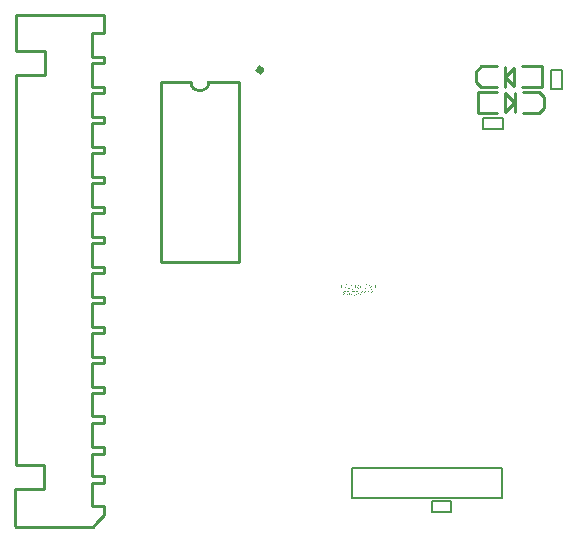
<source format=gbo>
G04*
G04 #@! TF.GenerationSoftware,Altium Limited,Altium Designer,18.1.9 (240)*
G04*
G04 Layer_Color=32896*
%FSLAX25Y25*%
%MOIN*%
G70*
G01*
G75*
%ADD11C,0.01000*%
%ADD12C,0.00787*%
%ADD13C,0.01968*%
%ADD16C,0.00600*%
G36*
X5855Y-133716D02*
X5879Y-133730D01*
X5896Y-133747D01*
X5907Y-133769D01*
X5913Y-133791D01*
X5915Y-133808D01*
X5918Y-133822D01*
Y-133827D01*
X5915Y-133855D01*
X5907Y-133874D01*
X5893Y-133891D01*
X5879Y-133899D01*
X5866Y-133905D01*
X5852Y-133908D01*
X5843Y-133910D01*
X5841D01*
X5810Y-133905D01*
X5785Y-133894D01*
X5769Y-133874D01*
X5758Y-133855D01*
X5752Y-133836D01*
X5746Y-133816D01*
Y-133805D01*
Y-133800D01*
X5749Y-133769D01*
X5758Y-133747D01*
X5771Y-133733D01*
X5785Y-133722D01*
X5799Y-133716D01*
X5813Y-133711D01*
X5824D01*
X5855Y-133716D01*
D02*
G37*
G36*
X14782Y-134165D02*
X14779Y-134190D01*
X14777Y-134221D01*
X14768Y-134257D01*
X14757Y-134295D01*
X14746Y-134337D01*
X14732Y-134381D01*
X14702Y-134473D01*
X14688Y-134517D01*
X14674Y-134559D01*
X14660Y-134595D01*
X14649Y-134631D01*
X14638Y-134658D01*
X14630Y-134678D01*
X14627Y-134692D01*
X14624Y-134697D01*
X14597Y-134772D01*
X14572Y-134844D01*
X14552Y-134908D01*
X14533Y-134966D01*
X14516Y-135018D01*
X14505Y-135065D01*
X14494Y-135110D01*
X14486Y-135146D01*
X14480Y-135179D01*
X14475Y-135207D01*
X14472Y-135229D01*
X14469Y-135248D01*
X14466Y-135262D01*
Y-135271D01*
Y-135276D01*
Y-135279D01*
X14469Y-135315D01*
X14472Y-135348D01*
X14480Y-135381D01*
X14489Y-135412D01*
X14497Y-135437D01*
X14502Y-135456D01*
X14508Y-135467D01*
X14511Y-135473D01*
X14530Y-135509D01*
X14552Y-135545D01*
X14577Y-135575D01*
X14602Y-135600D01*
X14624Y-135622D01*
X14644Y-135639D01*
X14655Y-135650D01*
X14660Y-135653D01*
X14699Y-135680D01*
X14741Y-135700D01*
X14779Y-135714D01*
X14818Y-135722D01*
X14852Y-135728D01*
X14876Y-135733D01*
X14899D01*
Y-135830D01*
X14824Y-135825D01*
X14757Y-135811D01*
X14702Y-135794D01*
X14652Y-135772D01*
X14616Y-135750D01*
X14588Y-135733D01*
X14572Y-135719D01*
X14566Y-135714D01*
X14522Y-135667D01*
X14486Y-135611D01*
X14453Y-135553D01*
X14428Y-135498D01*
X14408Y-135448D01*
X14400Y-135426D01*
X14394Y-135406D01*
X14389Y-135392D01*
X14386Y-135381D01*
X14383Y-135373D01*
Y-135370D01*
X14369Y-135326D01*
X14353Y-135276D01*
X14333Y-135226D01*
X14311Y-135174D01*
X14264Y-135065D01*
X14214Y-134960D01*
X14189Y-134910D01*
X14164Y-134866D01*
X14145Y-134825D01*
X14126Y-134789D01*
X14109Y-134761D01*
X14098Y-134739D01*
X14090Y-134725D01*
X14087Y-134719D01*
X14045Y-134642D01*
X14007Y-134573D01*
X13976Y-134509D01*
X13948Y-134451D01*
X13924Y-134401D01*
X13904Y-134354D01*
X13887Y-134312D01*
X13876Y-134276D01*
X13865Y-134246D01*
X13860Y-134218D01*
X13854Y-134198D01*
X13849Y-134179D01*
Y-134168D01*
X13846Y-134160D01*
Y-134154D01*
Y-134151D01*
X13976Y-134162D01*
X13979Y-134185D01*
X13982Y-134212D01*
X13998Y-134271D01*
X14020Y-134337D01*
X14045Y-134401D01*
X14073Y-134462D01*
X14084Y-134489D01*
X14095Y-134511D01*
X14104Y-134531D01*
X14112Y-134545D01*
X14115Y-134556D01*
X14117Y-134559D01*
X14167Y-134661D01*
X14212Y-134758D01*
X14231Y-134800D01*
X14250Y-134841D01*
X14267Y-134880D01*
X14284Y-134916D01*
X14298Y-134946D01*
X14311Y-134974D01*
X14322Y-134999D01*
X14331Y-135018D01*
X14339Y-135035D01*
X14342Y-135046D01*
X14347Y-135054D01*
Y-135057D01*
X14367Y-135101D01*
X14375Y-135118D01*
X14378Y-135129D01*
X14383Y-135135D01*
Y-135137D01*
X14397D01*
Y-135118D01*
X14403Y-135099D01*
X14411Y-135052D01*
X14417Y-135029D01*
X14419Y-135013D01*
X14425Y-135002D01*
Y-134996D01*
X14436Y-134952D01*
X14450Y-134905D01*
X14464Y-134852D01*
X14480Y-134800D01*
X14494Y-134753D01*
X14500Y-134733D01*
X14505Y-134716D01*
X14511Y-134700D01*
X14514Y-134689D01*
X14516Y-134683D01*
Y-134680D01*
X14541Y-134600D01*
X14555Y-134559D01*
X14566Y-134523D01*
X14577Y-134487D01*
X14588Y-134456D01*
X14597Y-134428D01*
X14605Y-134401D01*
X14611Y-134379D01*
X14619Y-134359D01*
X14627Y-134329D01*
X14633Y-134307D01*
X14638Y-134293D01*
Y-134290D01*
X14647Y-134259D01*
X14652Y-134232D01*
X14655Y-134210D01*
X14658Y-134187D01*
X14660Y-134174D01*
Y-134160D01*
Y-134154D01*
Y-134151D01*
X14782Y-134165D01*
D02*
G37*
G36*
X12419Y-133722D02*
X12483Y-133730D01*
X12547Y-133744D01*
X12605Y-133761D01*
X12660Y-133780D01*
X12710Y-133802D01*
X12760Y-133825D01*
X12802Y-133850D01*
X12841Y-133874D01*
X12874Y-133897D01*
X12904Y-133919D01*
X12929Y-133938D01*
X12948Y-133955D01*
X12962Y-133969D01*
X12971Y-133977D01*
X12973Y-133980D01*
X13018Y-134029D01*
X13054Y-134082D01*
X13087Y-134135D01*
X13115Y-134187D01*
X13140Y-134240D01*
X13159Y-134293D01*
X13176Y-134345D01*
X13190Y-134392D01*
X13201Y-134440D01*
X13206Y-134481D01*
X13212Y-134520D01*
X13217Y-134550D01*
Y-134578D01*
X13220Y-134597D01*
Y-134608D01*
Y-134614D01*
X13217Y-134675D01*
X13212Y-134736D01*
X13203Y-134789D01*
X13192Y-134841D01*
X13178Y-134888D01*
X13164Y-134933D01*
X13148Y-134971D01*
X13131Y-135007D01*
X13117Y-135041D01*
X13101Y-135068D01*
X13087Y-135090D01*
X13073Y-135110D01*
X13062Y-135126D01*
X13054Y-135137D01*
X13048Y-135143D01*
X13045Y-135146D01*
X13009Y-135179D01*
X12973Y-135207D01*
X12932Y-135232D01*
X12893Y-135254D01*
X12849Y-135273D01*
X12807Y-135287D01*
X12727Y-135309D01*
X12688Y-135318D01*
X12655Y-135323D01*
X12622Y-135329D01*
X12594Y-135331D01*
X12572Y-135334D01*
X12497D01*
X12455Y-135331D01*
X12419Y-135329D01*
X12389Y-135326D01*
X12361Y-135323D01*
X12345Y-135320D01*
X12331Y-135318D01*
X12328D01*
X12262Y-135304D01*
X12234Y-135295D01*
X12209Y-135287D01*
X12187Y-135279D01*
X12170Y-135273D01*
X12159Y-135268D01*
X12156D01*
X12154Y-135234D01*
Y-135198D01*
X12151Y-135160D01*
X12148Y-135121D01*
X12145Y-135088D01*
X12142Y-135060D01*
X12140Y-135049D01*
Y-135041D01*
Y-135038D01*
Y-135035D01*
X12134Y-134977D01*
X12126Y-134922D01*
X12120Y-134869D01*
X12112Y-134819D01*
X12106Y-134780D01*
X12101Y-134750D01*
Y-134739D01*
X12098Y-134730D01*
Y-134725D01*
Y-134722D01*
X12087Y-134639D01*
X12212D01*
X12220Y-134703D01*
X12223Y-134739D01*
X12225Y-134772D01*
X12228Y-134802D01*
X12231Y-134830D01*
X12234Y-134852D01*
Y-134869D01*
X12237Y-134880D01*
Y-134883D01*
X12239Y-134916D01*
X12242Y-134955D01*
X12248Y-134996D01*
X12250Y-135035D01*
X12253Y-135071D01*
Y-135101D01*
X12256Y-135113D01*
Y-135121D01*
Y-135126D01*
Y-135129D01*
X12262Y-135204D01*
X12297Y-135210D01*
X12323Y-135215D01*
X12347Y-135221D01*
X12367Y-135223D01*
X12383Y-135226D01*
X12397Y-135229D01*
X12408Y-135232D01*
X12417D01*
X12455Y-135234D01*
X12539D01*
X12588Y-135232D01*
X12633Y-135226D01*
X12677Y-135218D01*
X12716Y-135210D01*
X12755Y-135196D01*
X12788Y-135182D01*
X12821Y-135168D01*
X12849Y-135151D01*
X12874Y-135135D01*
X12896Y-135121D01*
X12912Y-135107D01*
X12929Y-135093D01*
X12940Y-135085D01*
X12948Y-135077D01*
X12954Y-135071D01*
X12957Y-135068D01*
X12982Y-135035D01*
X13004Y-134999D01*
X13026Y-134960D01*
X13043Y-134922D01*
X13068Y-134841D01*
X13084Y-134766D01*
X13092Y-134730D01*
X13095Y-134697D01*
X13098Y-134667D01*
X13101Y-134639D01*
X13104Y-134620D01*
Y-134603D01*
Y-134592D01*
Y-134589D01*
X13101Y-134531D01*
X13095Y-134476D01*
X13084Y-134423D01*
X13073Y-134373D01*
X13057Y-134326D01*
X13040Y-134282D01*
X13021Y-134240D01*
X13001Y-134204D01*
X12984Y-134168D01*
X12965Y-134140D01*
X12948Y-134113D01*
X12932Y-134090D01*
X12921Y-134074D01*
X12910Y-134063D01*
X12904Y-134055D01*
X12901Y-134052D01*
X12863Y-134013D01*
X12821Y-133977D01*
X12779Y-133946D01*
X12738Y-133922D01*
X12694Y-133899D01*
X12652Y-133883D01*
X12613Y-133866D01*
X12574Y-133855D01*
X12539Y-133847D01*
X12505Y-133838D01*
X12478Y-133833D01*
X12453Y-133830D01*
X12431D01*
X12417Y-133827D01*
X12403D01*
X12350Y-133830D01*
X12297Y-133836D01*
X12248Y-133841D01*
X12201Y-133850D01*
X12162Y-133861D01*
X12131Y-133866D01*
X12120Y-133869D01*
X12112Y-133872D01*
X12106Y-133874D01*
X12104D01*
X12068Y-133764D01*
X12115Y-133750D01*
X12137Y-133744D01*
X12159Y-133741D01*
X12178Y-133739D01*
X12192Y-133736D01*
X12203Y-133733D01*
X12206D01*
X12259Y-133725D01*
X12284Y-133722D01*
X12306D01*
X12325Y-133719D01*
X12350D01*
X12419Y-133722D01*
D02*
G37*
G36*
X11733Y-134165D02*
Y-134193D01*
Y-134223D01*
X11735Y-134290D01*
X11738Y-134359D01*
X11741Y-134428D01*
X11744Y-134462D01*
X11746Y-134492D01*
Y-134520D01*
X11749Y-134542D01*
Y-134561D01*
X11752Y-134575D01*
Y-134586D01*
Y-134589D01*
Y-134592D01*
Y-134597D01*
Y-134606D01*
X11755Y-134617D01*
X11757Y-134647D01*
Y-134678D01*
X11760Y-134711D01*
X11763Y-134739D01*
X11766Y-134750D01*
Y-134758D01*
Y-134764D01*
Y-134766D01*
X11768Y-134797D01*
Y-134825D01*
X11771Y-134850D01*
Y-134872D01*
X11774Y-134910D01*
Y-134938D01*
X11777Y-134958D01*
Y-134971D01*
Y-134977D01*
Y-134980D01*
X11774Y-135041D01*
X11763Y-135096D01*
X11746Y-135143D01*
X11727Y-135185D01*
X11705Y-135218D01*
X11677Y-135248D01*
X11649Y-135271D01*
X11619Y-135290D01*
X11588Y-135304D01*
X11561Y-135315D01*
X11533Y-135323D01*
X11511Y-135329D01*
X11489Y-135331D01*
X11475Y-135334D01*
X11461D01*
X11406Y-135331D01*
X11356Y-135320D01*
X11311Y-135307D01*
X11273Y-135293D01*
X11242Y-135276D01*
X11220Y-135265D01*
X11206Y-135254D01*
X11201Y-135251D01*
X11162Y-135215D01*
X11126Y-135176D01*
X11093Y-135135D01*
X11065Y-135093D01*
X11043Y-135057D01*
X11026Y-135029D01*
X11021Y-135018D01*
X11015Y-135010D01*
X11012Y-135005D01*
Y-135002D01*
X11010D01*
Y-135046D01*
Y-135085D01*
Y-135121D01*
Y-135154D01*
Y-135182D01*
X11007Y-135210D01*
Y-135232D01*
Y-135251D01*
Y-135268D01*
Y-135282D01*
X11004Y-135304D01*
Y-135315D01*
Y-135318D01*
X10882Y-135298D01*
X10893Y-135201D01*
X10896Y-135157D01*
X10899Y-135115D01*
X10901Y-135079D01*
Y-135052D01*
Y-135041D01*
Y-135032D01*
Y-135029D01*
Y-135027D01*
Y-134977D01*
X10899Y-134922D01*
X10896Y-134869D01*
X10893Y-134819D01*
X10890Y-134775D01*
X10888Y-134755D01*
Y-134739D01*
Y-134728D01*
X10885Y-134716D01*
Y-134711D01*
Y-134708D01*
X10882Y-134669D01*
X10876Y-134631D01*
X10871Y-134586D01*
X10865Y-134539D01*
X10854Y-134445D01*
X10843Y-134354D01*
X10838Y-134309D01*
X10835Y-134271D01*
X10829Y-134234D01*
X10827Y-134201D01*
X10824Y-134176D01*
X10821Y-134157D01*
X10818Y-134146D01*
Y-134140D01*
X10943Y-134165D01*
Y-134187D01*
Y-134215D01*
X10946Y-134271D01*
X10949Y-134329D01*
X10954Y-134387D01*
X10957Y-134440D01*
X10960Y-134464D01*
X10962Y-134484D01*
Y-134500D01*
X10965Y-134511D01*
Y-134520D01*
Y-134523D01*
X10973Y-134625D01*
X10976Y-134664D01*
X10985Y-134703D01*
X11004Y-134775D01*
X11029Y-134844D01*
X11054Y-134908D01*
X11068Y-134935D01*
X11082Y-134960D01*
X11093Y-134982D01*
X11104Y-134999D01*
X11112Y-135016D01*
X11120Y-135027D01*
X11123Y-135032D01*
X11126Y-135035D01*
X11151Y-135071D01*
X11178Y-135101D01*
X11206Y-135129D01*
X11231Y-135154D01*
X11256Y-135174D01*
X11281Y-135190D01*
X11306Y-135204D01*
X11328Y-135215D01*
X11370Y-135229D01*
X11400Y-135237D01*
X11411D01*
X11419Y-135240D01*
X11428D01*
X11475Y-135237D01*
X11516Y-135229D01*
X11550Y-135218D01*
X11575Y-135207D01*
X11594Y-135196D01*
X11608Y-135185D01*
X11616Y-135176D01*
X11619Y-135174D01*
X11636Y-135146D01*
X11649Y-135110D01*
X11658Y-135074D01*
X11666Y-135035D01*
X11669Y-135002D01*
X11671Y-134974D01*
Y-134963D01*
Y-134955D01*
Y-134952D01*
Y-134949D01*
Y-134913D01*
X11669Y-134877D01*
Y-134863D01*
Y-134852D01*
Y-134844D01*
Y-134841D01*
Y-134816D01*
X11666Y-134789D01*
X11663Y-134764D01*
Y-134736D01*
X11660Y-134714D01*
X11658Y-134697D01*
Y-134686D01*
Y-134680D01*
X11644Y-134487D01*
X11641Y-134467D01*
Y-134442D01*
X11638Y-134412D01*
X11636Y-134381D01*
X11633Y-134351D01*
X11630Y-134326D01*
X11627Y-134309D01*
Y-134307D01*
Y-134304D01*
X11624Y-134279D01*
X11622Y-134254D01*
X11616Y-134215D01*
X11613Y-134187D01*
Y-134165D01*
X11611Y-134151D01*
Y-134143D01*
Y-134138D01*
X11733Y-134165D01*
D02*
G37*
G36*
X15613Y-133739D02*
X15685D01*
X15716Y-133741D01*
X15926D01*
X15929Y-133797D01*
X15932Y-133858D01*
X15943Y-133980D01*
X15954Y-134104D01*
X15959Y-134162D01*
X15965Y-134221D01*
X15971Y-134273D01*
X15976Y-134323D01*
X15979Y-134368D01*
X15984Y-134406D01*
X15987Y-134437D01*
X15990Y-134462D01*
X15993Y-134476D01*
Y-134481D01*
X16023Y-134744D01*
X16032Y-134822D01*
X16040Y-134894D01*
X16045Y-134960D01*
X16054Y-135016D01*
X16059Y-135068D01*
X16065Y-135113D01*
X16068Y-135154D01*
X16073Y-135187D01*
X16076Y-135218D01*
X16079Y-135240D01*
X16081Y-135259D01*
X16084Y-135276D01*
Y-135287D01*
X16087Y-135295D01*
Y-135298D01*
Y-135301D01*
X16037D01*
X15990Y-135304D01*
X15857D01*
X15832Y-135307D01*
X15749D01*
X15688Y-135304D01*
X15630Y-135301D01*
X15577Y-135293D01*
X15527Y-135284D01*
X15480Y-135273D01*
X15439Y-135262D01*
X15400Y-135251D01*
X15364Y-135237D01*
X15333Y-135223D01*
X15306Y-135212D01*
X15284Y-135201D01*
X15264Y-135190D01*
X15250Y-135182D01*
X15239Y-135174D01*
X15234Y-135171D01*
X15231Y-135168D01*
X15198Y-135140D01*
X15170Y-135113D01*
X15142Y-135082D01*
X15123Y-135049D01*
X15103Y-135018D01*
X15090Y-134988D01*
X15065Y-134927D01*
X15054Y-134874D01*
X15048Y-134852D01*
X15045Y-134833D01*
X15043Y-134816D01*
Y-134805D01*
Y-134797D01*
Y-134794D01*
X15045Y-134750D01*
X15056Y-134708D01*
X15070Y-134672D01*
X15087Y-134639D01*
X15106Y-134614D01*
X15120Y-134595D01*
X15131Y-134581D01*
X15134Y-134578D01*
X15170Y-134545D01*
X15206Y-134520D01*
X15245Y-134498D01*
X15281Y-134481D01*
X15314Y-134467D01*
X15339Y-134459D01*
X15358Y-134456D01*
X15361Y-134453D01*
X15364D01*
Y-134448D01*
X15317Y-134431D01*
X15272Y-134412D01*
X15236Y-134390D01*
X15206Y-134368D01*
X15181Y-134345D01*
X15165Y-134329D01*
X15153Y-134318D01*
X15151Y-134312D01*
X15126Y-134273D01*
X15106Y-134232D01*
X15092Y-134190D01*
X15081Y-134151D01*
X15076Y-134118D01*
X15073Y-134093D01*
Y-134082D01*
Y-134074D01*
Y-134071D01*
Y-134068D01*
X15079Y-134010D01*
X15090Y-133963D01*
X15109Y-133919D01*
X15128Y-133886D01*
X15148Y-133858D01*
X15167Y-133838D01*
X15178Y-133825D01*
X15184Y-133822D01*
X15228Y-133794D01*
X15275Y-133772D01*
X15325Y-133758D01*
X15375Y-133747D01*
X15417Y-133741D01*
X15436Y-133739D01*
X15453Y-133736D01*
X15591D01*
X15613Y-133739D01*
D02*
G37*
G36*
X8818Y-134129D02*
X8866Y-134138D01*
X8910Y-134151D01*
X8949Y-134165D01*
X8979Y-134182D01*
X9004Y-134193D01*
X9018Y-134204D01*
X9023Y-134207D01*
X9065Y-134240D01*
X9101Y-134279D01*
X9131Y-134320D01*
X9159Y-134359D01*
X9181Y-134395D01*
X9195Y-134423D01*
X9201Y-134434D01*
X9206Y-134442D01*
X9209Y-134448D01*
Y-134451D01*
X9212D01*
Y-134384D01*
Y-134326D01*
X9215Y-134273D01*
Y-134229D01*
X9217Y-134190D01*
Y-134162D01*
X9220Y-134154D01*
Y-134146D01*
Y-134143D01*
Y-134140D01*
X9342Y-134168D01*
X9336Y-134221D01*
X9331Y-134273D01*
X9328Y-134326D01*
X9325Y-134373D01*
X9323Y-134415D01*
Y-134431D01*
Y-134448D01*
Y-134459D01*
Y-134467D01*
Y-134473D01*
Y-134476D01*
Y-134523D01*
X9325Y-134578D01*
X9331Y-134639D01*
X9336Y-134703D01*
X9342Y-134772D01*
X9347Y-134841D01*
X9364Y-134980D01*
X9372Y-135046D01*
X9378Y-135107D01*
X9386Y-135165D01*
X9392Y-135212D01*
X9397Y-135254D01*
X9400Y-135271D01*
X9403Y-135284D01*
Y-135295D01*
X9406Y-135304D01*
Y-135309D01*
Y-135312D01*
X9286Y-135301D01*
X9284Y-135282D01*
Y-135257D01*
X9281Y-135229D01*
X9278Y-135198D01*
X9275Y-135137D01*
X9270Y-135071D01*
X9267Y-135013D01*
X9264Y-134985D01*
Y-134963D01*
Y-134944D01*
X9262Y-134930D01*
Y-134919D01*
Y-134916D01*
X9256Y-134863D01*
X9251Y-134813D01*
X9228Y-134716D01*
X9217Y-134675D01*
X9203Y-134633D01*
X9190Y-134597D01*
X9176Y-134561D01*
X9162Y-134531D01*
X9148Y-134506D01*
X9137Y-134481D01*
X9126Y-134462D01*
X9118Y-134445D01*
X9109Y-134434D01*
X9106Y-134428D01*
X9104Y-134426D01*
X9076Y-134390D01*
X9051Y-134359D01*
X9023Y-134332D01*
X8996Y-134307D01*
X8971Y-134287D01*
X8943Y-134271D01*
X8921Y-134257D01*
X8896Y-134246D01*
X8857Y-134232D01*
X8838Y-134226D01*
X8824Y-134223D01*
X8813Y-134221D01*
X8796D01*
X8749Y-134223D01*
X8710Y-134232D01*
X8677Y-134243D01*
X8652Y-134254D01*
X8633Y-134265D01*
X8619Y-134276D01*
X8611Y-134284D01*
X8608Y-134287D01*
X8589Y-134315D01*
X8575Y-134348D01*
X8566Y-134381D01*
X8558Y-134417D01*
X8555Y-134451D01*
X8552Y-134476D01*
Y-134487D01*
Y-134495D01*
Y-134498D01*
Y-134500D01*
Y-134581D01*
X8558Y-134667D01*
X8561Y-134750D01*
X8566Y-134825D01*
X8569Y-134861D01*
X8572Y-134894D01*
X8575Y-134922D01*
X8577Y-134946D01*
X8580Y-134966D01*
Y-134980D01*
X8583Y-134991D01*
Y-134994D01*
X8589Y-135043D01*
X8594Y-135088D01*
X8597Y-135126D01*
X8600Y-135162D01*
X8602Y-135193D01*
X8605Y-135218D01*
X8608Y-135240D01*
X8611Y-135259D01*
Y-135273D01*
Y-135284D01*
X8613Y-135301D01*
Y-135309D01*
Y-135312D01*
X8491Y-135301D01*
Y-135218D01*
X8489Y-135135D01*
X8483Y-135054D01*
X8480Y-134980D01*
X8478Y-134946D01*
X8475Y-134916D01*
Y-134888D01*
X8472Y-134866D01*
Y-134847D01*
X8469Y-134833D01*
Y-134825D01*
Y-134822D01*
X8467Y-134775D01*
X8461Y-134733D01*
X8458Y-134694D01*
X8456Y-134658D01*
Y-134628D01*
X8453Y-134600D01*
X8450Y-134575D01*
Y-134556D01*
Y-134536D01*
X8447Y-134523D01*
Y-134500D01*
Y-134487D01*
Y-134484D01*
X8450Y-134420D01*
X8458Y-134365D01*
X8472Y-134320D01*
X8486Y-134282D01*
X8503Y-134254D01*
X8514Y-134232D01*
X8525Y-134218D01*
X8528Y-134215D01*
X8561Y-134185D01*
X8600Y-134162D01*
X8638Y-134149D01*
X8677Y-134138D01*
X8710Y-134132D01*
X8741Y-134126D01*
X8766D01*
X8818Y-134129D01*
D02*
G37*
G36*
X5918Y-134171D02*
Y-134218D01*
X5921Y-134268D01*
Y-134318D01*
X5924Y-134368D01*
X5926Y-134412D01*
Y-134431D01*
Y-134448D01*
X5929Y-134462D01*
Y-134473D01*
Y-134478D01*
Y-134481D01*
X5932Y-134550D01*
X5938Y-134608D01*
X5940Y-134658D01*
X5946Y-134700D01*
X5949Y-134730D01*
X5951Y-134755D01*
X5954Y-134766D01*
Y-134772D01*
X5965Y-134880D01*
X5971Y-134938D01*
X5976Y-134994D01*
X5982Y-135041D01*
X5988Y-135085D01*
X5993Y-135124D01*
X5996Y-135160D01*
X6001Y-135190D01*
X6004Y-135218D01*
X6007Y-135243D01*
X6010Y-135262D01*
Y-135279D01*
X6012Y-135290D01*
Y-135301D01*
X6015Y-135307D01*
Y-135312D01*
X5899Y-135301D01*
X5891Y-135187D01*
X5888Y-135135D01*
X5882Y-135085D01*
X5879Y-135041D01*
X5874Y-134996D01*
X5871Y-134955D01*
X5868Y-134919D01*
X5866Y-134886D01*
X5863Y-134858D01*
X5860Y-134833D01*
X5857Y-134811D01*
Y-134794D01*
X5855Y-134783D01*
Y-134775D01*
Y-134772D01*
X5838Y-134620D01*
X5832Y-134559D01*
X5827Y-134500D01*
X5821Y-134448D01*
X5816Y-134401D01*
X5810Y-134356D01*
X5807Y-134318D01*
X5805Y-134284D01*
X5802Y-134251D01*
X5799Y-134226D01*
Y-134204D01*
X5796Y-134185D01*
Y-134168D01*
X5794Y-134157D01*
Y-134149D01*
Y-134146D01*
Y-134143D01*
X5918Y-134171D01*
D02*
G37*
G36*
X4902Y-134129D02*
X4949Y-134138D01*
X4993Y-134151D01*
X5032Y-134165D01*
X5062Y-134182D01*
X5087Y-134193D01*
X5101Y-134204D01*
X5107Y-134207D01*
X5148Y-134240D01*
X5184Y-134279D01*
X5215Y-134320D01*
X5242Y-134359D01*
X5265Y-134395D01*
X5278Y-134423D01*
X5284Y-134434D01*
X5289Y-134442D01*
X5292Y-134448D01*
Y-134451D01*
X5295D01*
Y-134384D01*
Y-134326D01*
X5298Y-134273D01*
Y-134229D01*
X5300Y-134190D01*
Y-134162D01*
X5303Y-134154D01*
Y-134146D01*
Y-134143D01*
Y-134140D01*
X5425Y-134168D01*
X5420Y-134221D01*
X5414Y-134273D01*
X5411Y-134326D01*
X5409Y-134373D01*
X5406Y-134415D01*
Y-134431D01*
Y-134448D01*
Y-134459D01*
Y-134467D01*
Y-134473D01*
Y-134476D01*
Y-134523D01*
X5409Y-134578D01*
X5414Y-134639D01*
X5420Y-134703D01*
X5425Y-134772D01*
X5431Y-134841D01*
X5447Y-134980D01*
X5456Y-135046D01*
X5461Y-135107D01*
X5469Y-135165D01*
X5475Y-135212D01*
X5481Y-135254D01*
X5483Y-135271D01*
X5486Y-135284D01*
Y-135295D01*
X5489Y-135304D01*
Y-135309D01*
Y-135312D01*
X5370Y-135301D01*
X5367Y-135282D01*
Y-135257D01*
X5364Y-135229D01*
X5361Y-135198D01*
X5359Y-135137D01*
X5353Y-135071D01*
X5350Y-135013D01*
X5348Y-134985D01*
Y-134963D01*
Y-134944D01*
X5345Y-134930D01*
Y-134919D01*
Y-134916D01*
X5339Y-134863D01*
X5334Y-134813D01*
X5312Y-134716D01*
X5300Y-134675D01*
X5287Y-134633D01*
X5273Y-134597D01*
X5259Y-134561D01*
X5245Y-134531D01*
X5231Y-134506D01*
X5220Y-134481D01*
X5209Y-134462D01*
X5201Y-134445D01*
X5192Y-134434D01*
X5190Y-134428D01*
X5187Y-134426D01*
X5159Y-134390D01*
X5134Y-134359D01*
X5107Y-134332D01*
X5079Y-134307D01*
X5054Y-134287D01*
X5026Y-134271D01*
X5004Y-134257D01*
X4979Y-134246D01*
X4940Y-134232D01*
X4921Y-134226D01*
X4907Y-134223D01*
X4896Y-134221D01*
X4879D01*
X4832Y-134223D01*
X4794Y-134232D01*
X4760Y-134243D01*
X4735Y-134254D01*
X4716Y-134265D01*
X4702Y-134276D01*
X4694Y-134284D01*
X4691Y-134287D01*
X4672Y-134315D01*
X4658Y-134348D01*
X4650Y-134381D01*
X4641Y-134417D01*
X4639Y-134451D01*
X4636Y-134476D01*
Y-134487D01*
Y-134495D01*
Y-134498D01*
Y-134500D01*
Y-134581D01*
X4641Y-134667D01*
X4644Y-134750D01*
X4650Y-134825D01*
X4652Y-134861D01*
X4655Y-134894D01*
X4658Y-134922D01*
X4661Y-134946D01*
X4663Y-134966D01*
Y-134980D01*
X4666Y-134991D01*
Y-134994D01*
X4672Y-135043D01*
X4677Y-135088D01*
X4680Y-135126D01*
X4683Y-135162D01*
X4686Y-135193D01*
X4688Y-135218D01*
X4691Y-135240D01*
X4694Y-135259D01*
Y-135273D01*
Y-135284D01*
X4697Y-135301D01*
Y-135309D01*
Y-135312D01*
X4575Y-135301D01*
Y-135218D01*
X4572Y-135135D01*
X4566Y-135054D01*
X4564Y-134980D01*
X4561Y-134946D01*
X4558Y-134916D01*
Y-134888D01*
X4555Y-134866D01*
Y-134847D01*
X4553Y-134833D01*
Y-134825D01*
Y-134822D01*
X4550Y-134775D01*
X4544Y-134733D01*
X4541Y-134694D01*
X4539Y-134658D01*
Y-134628D01*
X4536Y-134600D01*
X4533Y-134575D01*
Y-134556D01*
Y-134536D01*
X4530Y-134523D01*
Y-134500D01*
Y-134487D01*
Y-134484D01*
X4533Y-134420D01*
X4541Y-134365D01*
X4555Y-134320D01*
X4569Y-134282D01*
X4586Y-134254D01*
X4597Y-134232D01*
X4608Y-134218D01*
X4611Y-134215D01*
X4644Y-134185D01*
X4683Y-134162D01*
X4722Y-134149D01*
X4760Y-134138D01*
X4794Y-134132D01*
X4824Y-134126D01*
X4849D01*
X4902Y-134129D01*
D02*
G37*
G36*
X9741Y-134124D02*
X9793Y-134162D01*
X9804D01*
X9871Y-134165D01*
X9932Y-134171D01*
X9993Y-134182D01*
X10048Y-134196D01*
X10098Y-134212D01*
X10148Y-134232D01*
X10190Y-134251D01*
X10231Y-134271D01*
X10267Y-134293D01*
X10298Y-134312D01*
X10323Y-134332D01*
X10345Y-134348D01*
X10364Y-134362D01*
X10375Y-134373D01*
X10384Y-134379D01*
X10386Y-134381D01*
X10425Y-134423D01*
X10458Y-134467D01*
X10489Y-134511D01*
X10514Y-134556D01*
X10533Y-134603D01*
X10552Y-134644D01*
X10566Y-134689D01*
X10577Y-134730D01*
X10586Y-134766D01*
X10594Y-134802D01*
X10599Y-134833D01*
X10602Y-134861D01*
Y-134883D01*
X10605Y-134899D01*
Y-134910D01*
Y-134913D01*
X10602Y-134977D01*
X10594Y-135032D01*
X10583Y-135082D01*
X10569Y-135126D01*
X10555Y-135160D01*
X10544Y-135185D01*
X10536Y-135201D01*
X10533Y-135204D01*
Y-135207D01*
X10503Y-135246D01*
X10467Y-135273D01*
X10430Y-135295D01*
X10397Y-135309D01*
X10367Y-135318D01*
X10339Y-135320D01*
X10323Y-135323D01*
X10317D01*
X10273Y-135320D01*
X10231Y-135312D01*
X10192Y-135298D01*
X10159Y-135284D01*
X10131Y-135273D01*
X10109Y-135259D01*
X10098Y-135251D01*
X10093Y-135248D01*
X10054Y-135215D01*
X10021Y-135179D01*
X9987Y-135140D01*
X9962Y-135104D01*
X9940Y-135071D01*
X9924Y-135043D01*
X9918Y-135032D01*
X9913Y-135024D01*
X9910Y-135021D01*
Y-135018D01*
X9904D01*
Y-135085D01*
X9901Y-135146D01*
Y-135196D01*
X9899Y-135237D01*
Y-135271D01*
X9896Y-135293D01*
Y-135307D01*
Y-135312D01*
X9785Y-135298D01*
X9791Y-135262D01*
X9793Y-135226D01*
X9796Y-135190D01*
Y-135157D01*
X9799Y-135129D01*
Y-135104D01*
Y-135090D01*
Y-135085D01*
X9796Y-134985D01*
X9793Y-134927D01*
X9791Y-134869D01*
X9785Y-134808D01*
X9780Y-134750D01*
X9774Y-134700D01*
X9771Y-134680D01*
X9769Y-134661D01*
X9766Y-134647D01*
X9763Y-134633D01*
Y-134628D01*
Y-134625D01*
X9749Y-134542D01*
X9732Y-134453D01*
X9719Y-134368D01*
X9702Y-134284D01*
X9694Y-134248D01*
X9688Y-134215D01*
X9683Y-134185D01*
X9677Y-134157D01*
X9672Y-134138D01*
X9669Y-134121D01*
X9666Y-134110D01*
Y-134107D01*
X9741Y-134124D01*
D02*
G37*
G36*
X6386Y-133850D02*
X6389Y-133902D01*
X6395Y-133949D01*
X6397Y-133991D01*
X6400Y-134007D01*
Y-134024D01*
Y-134035D01*
X6403Y-134043D01*
Y-134049D01*
Y-134052D01*
X6406Y-134085D01*
X6408Y-134121D01*
X6417Y-134196D01*
X6425Y-134271D01*
X6433Y-134345D01*
X6439Y-134379D01*
X6442Y-134412D01*
X6444Y-134440D01*
X6447Y-134464D01*
X6450Y-134484D01*
Y-134498D01*
X6453Y-134509D01*
Y-134511D01*
X6470Y-134675D01*
X6475Y-134730D01*
X6483Y-134780D01*
X6492Y-134825D01*
X6500Y-134869D01*
X6511Y-134908D01*
X6519Y-134944D01*
X6530Y-134974D01*
X6539Y-135002D01*
X6547Y-135027D01*
X6558Y-135049D01*
X6564Y-135068D01*
X6572Y-135082D01*
X6577Y-135093D01*
X6583Y-135101D01*
X6586Y-135104D01*
Y-135107D01*
X6602Y-135129D01*
X6622Y-135149D01*
X6669Y-135182D01*
X6716Y-135204D01*
X6766Y-135221D01*
X6810Y-135229D01*
X6830Y-135234D01*
X6846D01*
X6860Y-135237D01*
X6879D01*
X6921Y-135234D01*
X6960Y-135232D01*
X6974Y-135229D01*
X6985D01*
X6993Y-135226D01*
X6996D01*
X7034Y-135215D01*
X7065Y-135207D01*
X7076Y-135201D01*
X7084Y-135198D01*
X7090Y-135196D01*
X7093D01*
X7120Y-135304D01*
X7087Y-135312D01*
X7054Y-135318D01*
X7037Y-135320D01*
X7026D01*
X7018Y-135323D01*
X7015D01*
X6965Y-135329D01*
X6943Y-135331D01*
X6921D01*
X6904Y-135334D01*
X6879D01*
X6832Y-135331D01*
X6791Y-135329D01*
X6752Y-135320D01*
X6716Y-135309D01*
X6683Y-135298D01*
X6652Y-135284D01*
X6625Y-135271D01*
X6600Y-135254D01*
X6580Y-135240D01*
X6561Y-135226D01*
X6547Y-135212D01*
X6536Y-135201D01*
X6525Y-135190D01*
X6519Y-135182D01*
X6514Y-135179D01*
Y-135176D01*
X6494Y-135143D01*
X6475Y-135107D01*
X6458Y-135068D01*
X6442Y-135027D01*
X6417Y-134938D01*
X6395Y-134852D01*
X6386Y-134813D01*
X6381Y-134775D01*
X6373Y-134739D01*
X6370Y-134708D01*
X6367Y-134686D01*
X6364Y-134667D01*
X6361Y-134653D01*
Y-134650D01*
X6353Y-134583D01*
X6348Y-134520D01*
X6339Y-134462D01*
X6334Y-134406D01*
X6328Y-134354D01*
X6323Y-134307D01*
X6317Y-134262D01*
X6312Y-134223D01*
X6309Y-134187D01*
X6306Y-134157D01*
X6303Y-134132D01*
X6301Y-134110D01*
X6298Y-134093D01*
X6295Y-134082D01*
Y-134074D01*
Y-134071D01*
X6287Y-133993D01*
X6278Y-133927D01*
X6270Y-133872D01*
X6262Y-133825D01*
X6256Y-133789D01*
X6251Y-133764D01*
X6248Y-133747D01*
Y-133741D01*
X6381D01*
X6386Y-133850D01*
D02*
G37*
G36*
X7190Y-134019D02*
X7215Y-134021D01*
X7234Y-134029D01*
X7253Y-134035D01*
X7267Y-134043D01*
X7278Y-134052D01*
X7287Y-134055D01*
X7289Y-134057D01*
X7309Y-134077D01*
X7328Y-134099D01*
X7356Y-134146D01*
X7367Y-134168D01*
X7375Y-134187D01*
X7378Y-134198D01*
X7381Y-134204D01*
X7386D01*
X7428Y-134179D01*
X7467Y-134160D01*
X7483Y-134154D01*
X7497Y-134149D01*
X7505Y-134146D01*
X7508D01*
X7561Y-134135D01*
X7588Y-134132D01*
X7614Y-134129D01*
X7636Y-134126D01*
X7708D01*
X7746Y-134132D01*
X7816Y-134146D01*
X7874Y-134165D01*
X7924Y-134185D01*
X7963Y-134207D01*
X7979Y-134218D01*
X7993Y-134226D01*
X8001Y-134234D01*
X8010Y-134240D01*
X8012Y-134243D01*
X8015Y-134246D01*
X8037Y-134268D01*
X8057Y-134293D01*
X8090Y-134348D01*
X8112Y-134404D01*
X8126Y-134456D01*
X8137Y-134503D01*
X8140Y-134523D01*
Y-134539D01*
X8143Y-134556D01*
Y-134567D01*
Y-134573D01*
Y-134575D01*
X8140Y-134603D01*
X8137Y-134631D01*
X8131Y-134656D01*
X8123Y-134678D01*
X8118Y-134697D01*
X8112Y-134711D01*
X8109Y-134722D01*
X8106Y-134725D01*
X8093Y-134750D01*
X8076Y-134772D01*
X8062Y-134789D01*
X8048Y-134802D01*
X8037Y-134811D01*
X8029Y-134819D01*
X8023Y-134822D01*
X8021Y-134825D01*
Y-134830D01*
X8043Y-134855D01*
X8065Y-134877D01*
X8098Y-134922D01*
X8120Y-134963D01*
X8137Y-134996D01*
X8145Y-135024D01*
X8151Y-135046D01*
X8154Y-135057D01*
Y-135063D01*
X8151Y-135085D01*
X8145Y-135107D01*
X8140Y-135124D01*
X8137Y-135126D01*
Y-135129D01*
X8120Y-135154D01*
X8101Y-135171D01*
X8087Y-135182D01*
X8084Y-135185D01*
X8082D01*
Y-135187D01*
X8120Y-135207D01*
X8156Y-135229D01*
X8184Y-135254D01*
X8209Y-135276D01*
X8228Y-135295D01*
X8242Y-135312D01*
X8251Y-135323D01*
X8253Y-135326D01*
X8273Y-135359D01*
X8289Y-135395D01*
X8300Y-135431D01*
X8306Y-135462D01*
X8311Y-135492D01*
X8314Y-135514D01*
Y-135528D01*
Y-135531D01*
Y-135534D01*
X8311Y-135575D01*
X8309Y-135611D01*
X8300Y-135647D01*
X8292Y-135678D01*
X8281Y-135705D01*
X8270Y-135730D01*
X8256Y-135752D01*
X8242Y-135772D01*
X8217Y-135802D01*
X8195Y-135822D01*
X8179Y-135836D01*
X8176Y-135838D01*
X8173D01*
X8118Y-135866D01*
X8062Y-135885D01*
X8010Y-135899D01*
X7960Y-135908D01*
X7918Y-135913D01*
X7899Y-135916D01*
X7885Y-135919D01*
X7854D01*
X7807Y-135916D01*
X7760Y-135913D01*
X7674Y-135897D01*
X7600Y-135872D01*
X7566Y-135858D01*
X7536Y-135844D01*
X7508Y-135833D01*
X7483Y-135819D01*
X7461Y-135805D01*
X7445Y-135794D01*
X7431Y-135786D01*
X7420Y-135777D01*
X7414Y-135775D01*
X7411Y-135772D01*
X7378Y-135744D01*
X7350Y-135714D01*
X7325Y-135683D01*
X7303Y-135653D01*
X7287Y-135622D01*
X7270Y-135589D01*
X7248Y-135531D01*
X7237Y-135478D01*
X7231Y-135456D01*
X7228Y-135437D01*
X7226Y-135420D01*
Y-135409D01*
Y-135401D01*
Y-135398D01*
X7231Y-135356D01*
X7242Y-135323D01*
X7256Y-135293D01*
X7276Y-135268D01*
X7295Y-135248D01*
X7309Y-135234D01*
X7320Y-135226D01*
X7325Y-135223D01*
X7364Y-135201D01*
X7406Y-135187D01*
X7447Y-135176D01*
X7489Y-135168D01*
X7522Y-135162D01*
X7553Y-135160D01*
X7666D01*
X7705Y-135157D01*
X7741D01*
X7774Y-135154D01*
X7805D01*
X7829Y-135151D01*
X7854Y-135149D01*
X7874D01*
X7893Y-135146D01*
X7907D01*
X7918Y-135143D01*
X7935Y-135140D01*
X7940D01*
X7976Y-135129D01*
X8004Y-135115D01*
X8021Y-135099D01*
X8034Y-135079D01*
X8043Y-135065D01*
X8046Y-135052D01*
X8048Y-135041D01*
Y-135038D01*
X8046Y-135018D01*
X8043Y-134999D01*
X8032Y-134969D01*
X8026Y-134958D01*
X8023Y-134949D01*
X8018Y-134944D01*
Y-134941D01*
X7993Y-134910D01*
X7968Y-134888D01*
X7949Y-134874D01*
X7946Y-134869D01*
X7943D01*
X7918Y-134877D01*
X7893Y-134886D01*
X7882Y-134888D01*
X7874Y-134891D01*
X7868Y-134894D01*
X7865D01*
X7827Y-134899D01*
X7794Y-134902D01*
X7760D01*
X7722Y-134899D01*
X7683Y-134897D01*
X7614Y-134883D01*
X7555Y-134863D01*
X7505Y-134838D01*
X7464Y-134816D01*
X7447Y-134805D01*
X7436Y-134797D01*
X7425Y-134789D01*
X7417Y-134783D01*
X7414Y-134777D01*
X7411D01*
X7386Y-134753D01*
X7367Y-134728D01*
X7348Y-134700D01*
X7334Y-134672D01*
X7309Y-134614D01*
X7292Y-134561D01*
X7284Y-134514D01*
X7278Y-134495D01*
Y-134476D01*
X7276Y-134462D01*
Y-134451D01*
Y-134445D01*
Y-134442D01*
X7278Y-134409D01*
X7284Y-134379D01*
X7287Y-134368D01*
X7289Y-134359D01*
X7292Y-134354D01*
Y-134351D01*
X7306Y-134318D01*
X7320Y-134287D01*
X7325Y-134276D01*
X7331Y-134268D01*
X7337Y-134262D01*
Y-134259D01*
Y-134248D01*
X7325Y-134226D01*
X7311Y-134207D01*
X7295Y-134190D01*
X7278Y-134174D01*
X7237Y-134151D01*
X7190Y-134138D01*
X7148Y-134126D01*
X7112Y-134124D01*
X7098Y-134121D01*
X7079D01*
X7051Y-134027D01*
X7068Y-134024D01*
X7082Y-134021D01*
X7093Y-134019D01*
X7098D01*
X7120Y-134016D01*
X7168D01*
X7190Y-134019D01*
D02*
G37*
G36*
X9069Y-136363D02*
X8994Y-136361D01*
X8922Y-136355D01*
X8853Y-136353D01*
X8789Y-136350D01*
X8712D01*
X8692Y-136347D01*
X8656D01*
X8576Y-136344D01*
X8504D01*
X8440Y-136341D01*
X8280D01*
X8288Y-136380D01*
X8302Y-136427D01*
X8324Y-136480D01*
X8352Y-136541D01*
X8385Y-136604D01*
X8421Y-136674D01*
X8499Y-136807D01*
X8537Y-136873D01*
X8576Y-136934D01*
X8609Y-136992D01*
X8642Y-137042D01*
X8667Y-137084D01*
X8679Y-137100D01*
X8690Y-137114D01*
X8695Y-137125D01*
X8701Y-137134D01*
X8706Y-137139D01*
Y-137142D01*
X8742Y-137200D01*
X8778Y-137253D01*
X8811Y-137303D01*
X8842Y-137352D01*
X8897Y-137441D01*
X8944Y-137519D01*
X8983Y-137588D01*
X9016Y-137646D01*
X9044Y-137699D01*
X9066Y-137740D01*
X9083Y-137776D01*
X9097Y-137807D01*
X9105Y-137829D01*
X9111Y-137846D01*
X9116Y-137859D01*
X9119Y-137868D01*
Y-137870D01*
Y-137873D01*
X9005Y-137901D01*
X9000Y-137879D01*
X8986Y-137848D01*
X8969Y-137810D01*
X8947Y-137768D01*
X8925Y-137724D01*
X8897Y-137674D01*
X8839Y-137574D01*
X8811Y-137524D01*
X8784Y-137480D01*
X8756Y-137435D01*
X8734Y-137399D01*
X8715Y-137366D01*
X8701Y-137341D01*
X8690Y-137328D01*
X8687Y-137322D01*
X8631Y-137233D01*
X8582Y-137153D01*
X8535Y-137075D01*
X8493Y-137003D01*
X8454Y-136937D01*
X8421Y-136876D01*
X8390Y-136823D01*
X8363Y-136774D01*
X8341Y-136729D01*
X8321Y-136690D01*
X8305Y-136660D01*
X8291Y-136632D01*
X8280Y-136613D01*
X8274Y-136596D01*
X8269Y-136588D01*
Y-136585D01*
X8249Y-136538D01*
X8230Y-136496D01*
X8216Y-136458D01*
X8202Y-136425D01*
X8191Y-136391D01*
X8183Y-136363D01*
X8174Y-136339D01*
X8169Y-136317D01*
X8163Y-136300D01*
X8161Y-136283D01*
X8158Y-136258D01*
X8155Y-136247D01*
Y-136242D01*
X9047D01*
X9069Y-136363D01*
D02*
G37*
G36*
X15052Y-136233D02*
X15069Y-136236D01*
X15083D01*
X15091Y-136239D01*
X15094D01*
X15141Y-136247D01*
X15163Y-136250D01*
X15180Y-136256D01*
X15196Y-136258D01*
X15207Y-136261D01*
X15216Y-136264D01*
X15218D01*
X15257Y-136372D01*
X15224Y-136363D01*
X15194Y-136355D01*
X15169Y-136350D01*
X15146Y-136347D01*
X15127Y-136341D01*
X15116D01*
X15108Y-136339D01*
X15105D01*
X15061Y-136333D01*
X15019Y-136330D01*
X14977D01*
X14922Y-136333D01*
X14872Y-136341D01*
X14831Y-136353D01*
X14797Y-136363D01*
X14770Y-136375D01*
X14750Y-136386D01*
X14737Y-136394D01*
X14734Y-136397D01*
X14703Y-136425D01*
X14681Y-136455D01*
X14667Y-136488D01*
X14656Y-136519D01*
X14651Y-136549D01*
X14645Y-136571D01*
Y-136588D01*
Y-136591D01*
Y-136593D01*
X14648Y-136643D01*
X14656Y-136693D01*
X14670Y-136740D01*
X14689Y-136785D01*
X14709Y-136826D01*
X14734Y-136868D01*
X14759Y-136907D01*
X14784Y-136940D01*
X14811Y-136973D01*
X14836Y-137001D01*
X14861Y-137026D01*
X14881Y-137045D01*
X14900Y-137062D01*
X14914Y-137073D01*
X14922Y-137081D01*
X14925Y-137084D01*
X14975Y-137122D01*
X15022Y-137159D01*
X15066Y-137192D01*
X15111Y-137222D01*
X15146Y-137247D01*
X15182Y-137272D01*
X15216Y-137292D01*
X15243Y-137311D01*
X15271Y-137328D01*
X15293Y-137341D01*
X15313Y-137352D01*
X15329Y-137361D01*
X15340Y-137366D01*
X15349Y-137372D01*
X15354Y-137375D01*
X15357D01*
X15387Y-137505D01*
X14598D01*
X14559Y-137402D01*
X14676Y-137408D01*
X14795Y-137411D01*
X14911Y-137413D01*
X15019D01*
X15069Y-137416D01*
X15255D01*
Y-137413D01*
X15202Y-137380D01*
X15152Y-137347D01*
X15105Y-137316D01*
X15063Y-137289D01*
X15022Y-137261D01*
X14986Y-137236D01*
X14955Y-137211D01*
X14925Y-137192D01*
X14900Y-137172D01*
X14878Y-137156D01*
X14858Y-137142D01*
X14844Y-137131D01*
X14831Y-137120D01*
X14822Y-137114D01*
X14820Y-137109D01*
X14817D01*
X14767Y-137064D01*
X14723Y-137020D01*
X14687Y-136981D01*
X14656Y-136943D01*
X14634Y-136912D01*
X14620Y-136890D01*
X14609Y-136873D01*
X14606Y-136868D01*
X14584Y-136821D01*
X14568Y-136771D01*
X14554Y-136724D01*
X14545Y-136679D01*
X14540Y-136643D01*
X14537Y-136613D01*
Y-136602D01*
Y-136593D01*
Y-136588D01*
Y-136585D01*
X14543Y-136527D01*
X14554Y-136474D01*
X14573Y-136430D01*
X14593Y-136391D01*
X14612Y-136363D01*
X14631Y-136341D01*
X14642Y-136330D01*
X14648Y-136325D01*
X14692Y-136294D01*
X14745Y-136269D01*
X14797Y-136253D01*
X14850Y-136242D01*
X14897Y-136236D01*
X14917Y-136233D01*
X14933Y-136231D01*
X15011D01*
X15052Y-136233D01*
D02*
G37*
G36*
X12748D02*
X12764Y-136236D01*
X12778D01*
X12786Y-136239D01*
X12789D01*
X12836Y-136247D01*
X12858Y-136250D01*
X12875Y-136256D01*
X12892Y-136258D01*
X12903Y-136261D01*
X12911Y-136264D01*
X12914D01*
X12953Y-136372D01*
X12919Y-136363D01*
X12889Y-136355D01*
X12864Y-136350D01*
X12842Y-136347D01*
X12822Y-136341D01*
X12811D01*
X12803Y-136339D01*
X12800D01*
X12756Y-136333D01*
X12714Y-136330D01*
X12673D01*
X12618Y-136333D01*
X12568Y-136341D01*
X12526Y-136353D01*
X12493Y-136363D01*
X12465Y-136375D01*
X12446Y-136386D01*
X12432Y-136394D01*
X12429Y-136397D01*
X12399Y-136425D01*
X12376Y-136455D01*
X12363Y-136488D01*
X12352Y-136519D01*
X12346Y-136549D01*
X12341Y-136571D01*
Y-136588D01*
Y-136591D01*
Y-136593D01*
X12343Y-136643D01*
X12352Y-136693D01*
X12365Y-136740D01*
X12385Y-136785D01*
X12404Y-136826D01*
X12429Y-136868D01*
X12454Y-136907D01*
X12479Y-136940D01*
X12507Y-136973D01*
X12532Y-137001D01*
X12557Y-137026D01*
X12576Y-137045D01*
X12595Y-137062D01*
X12609Y-137073D01*
X12618Y-137081D01*
X12620Y-137084D01*
X12670Y-137122D01*
X12717Y-137159D01*
X12762Y-137192D01*
X12806Y-137222D01*
X12842Y-137247D01*
X12878Y-137272D01*
X12911Y-137292D01*
X12939Y-137311D01*
X12967Y-137328D01*
X12989Y-137341D01*
X13008Y-137352D01*
X13025Y-137361D01*
X13036Y-137366D01*
X13044Y-137372D01*
X13050Y-137375D01*
X13052D01*
X13083Y-137505D01*
X12293D01*
X12255Y-137402D01*
X12371Y-137408D01*
X12490Y-137411D01*
X12606Y-137413D01*
X12714D01*
X12764Y-137416D01*
X12950D01*
Y-137413D01*
X12897Y-137380D01*
X12847Y-137347D01*
X12800Y-137316D01*
X12759Y-137289D01*
X12717Y-137261D01*
X12681Y-137236D01*
X12651Y-137211D01*
X12620Y-137192D01*
X12595Y-137172D01*
X12573Y-137156D01*
X12554Y-137142D01*
X12540Y-137131D01*
X12526Y-137120D01*
X12518Y-137114D01*
X12515Y-137109D01*
X12512D01*
X12462Y-137064D01*
X12418Y-137020D01*
X12382Y-136981D01*
X12352Y-136943D01*
X12329Y-136912D01*
X12315Y-136890D01*
X12304Y-136873D01*
X12302Y-136868D01*
X12280Y-136821D01*
X12263Y-136771D01*
X12249Y-136724D01*
X12241Y-136679D01*
X12235Y-136643D01*
X12232Y-136613D01*
Y-136602D01*
Y-136593D01*
Y-136588D01*
Y-136585D01*
X12238Y-136527D01*
X12249Y-136474D01*
X12268Y-136430D01*
X12288Y-136391D01*
X12307Y-136363D01*
X12327Y-136341D01*
X12338Y-136330D01*
X12343Y-136325D01*
X12388Y-136294D01*
X12440Y-136269D01*
X12493Y-136253D01*
X12545Y-136242D01*
X12593Y-136236D01*
X12612Y-136233D01*
X12629Y-136231D01*
X12706D01*
X12748Y-136233D01*
D02*
G37*
G36*
X11726D02*
X11742Y-136236D01*
X11756D01*
X11764Y-136239D01*
X11767D01*
X11814Y-136247D01*
X11836Y-136250D01*
X11853Y-136256D01*
X11870Y-136258D01*
X11881Y-136261D01*
X11889Y-136264D01*
X11892D01*
X11930Y-136372D01*
X11897Y-136363D01*
X11867Y-136355D01*
X11842Y-136350D01*
X11820Y-136347D01*
X11800Y-136341D01*
X11789D01*
X11781Y-136339D01*
X11778D01*
X11734Y-136333D01*
X11692Y-136330D01*
X11651D01*
X11595Y-136333D01*
X11546Y-136341D01*
X11504Y-136353D01*
X11471Y-136363D01*
X11443Y-136375D01*
X11424Y-136386D01*
X11410Y-136394D01*
X11407Y-136397D01*
X11377Y-136425D01*
X11354Y-136455D01*
X11340Y-136488D01*
X11329Y-136519D01*
X11324Y-136549D01*
X11318Y-136571D01*
Y-136588D01*
Y-136591D01*
Y-136593D01*
X11321Y-136643D01*
X11329Y-136693D01*
X11343Y-136740D01*
X11363Y-136785D01*
X11382Y-136826D01*
X11407Y-136868D01*
X11432Y-136907D01*
X11457Y-136940D01*
X11485Y-136973D01*
X11509Y-137001D01*
X11534Y-137026D01*
X11554Y-137045D01*
X11573Y-137062D01*
X11587Y-137073D01*
X11595Y-137081D01*
X11598Y-137084D01*
X11648Y-137122D01*
X11695Y-137159D01*
X11739Y-137192D01*
X11784Y-137222D01*
X11820Y-137247D01*
X11856Y-137272D01*
X11889Y-137292D01*
X11917Y-137311D01*
X11944Y-137328D01*
X11966Y-137341D01*
X11986Y-137352D01*
X12003Y-137361D01*
X12014Y-137366D01*
X12022Y-137372D01*
X12027Y-137375D01*
X12030D01*
X12061Y-137505D01*
X11271D01*
X11232Y-137402D01*
X11349Y-137408D01*
X11468Y-137411D01*
X11584Y-137413D01*
X11692D01*
X11742Y-137416D01*
X11928D01*
Y-137413D01*
X11875Y-137380D01*
X11825Y-137347D01*
X11778Y-137316D01*
X11737Y-137289D01*
X11695Y-137261D01*
X11659Y-137236D01*
X11629Y-137211D01*
X11598Y-137192D01*
X11573Y-137172D01*
X11551Y-137156D01*
X11532Y-137142D01*
X11518Y-137131D01*
X11504Y-137120D01*
X11496Y-137114D01*
X11493Y-137109D01*
X11490D01*
X11440Y-137064D01*
X11396Y-137020D01*
X11360Y-136981D01*
X11329Y-136943D01*
X11307Y-136912D01*
X11293Y-136890D01*
X11282Y-136873D01*
X11280Y-136868D01*
X11257Y-136821D01*
X11241Y-136771D01*
X11227Y-136724D01*
X11219Y-136679D01*
X11213Y-136643D01*
X11210Y-136613D01*
Y-136602D01*
Y-136593D01*
Y-136588D01*
Y-136585D01*
X11216Y-136527D01*
X11227Y-136474D01*
X11246Y-136430D01*
X11266Y-136391D01*
X11285Y-136363D01*
X11304Y-136341D01*
X11316Y-136330D01*
X11321Y-136325D01*
X11365Y-136294D01*
X11418Y-136269D01*
X11471Y-136253D01*
X11523Y-136242D01*
X11570Y-136236D01*
X11590Y-136233D01*
X11606Y-136231D01*
X11684D01*
X11726Y-136233D01*
D02*
G37*
G36*
X5676D02*
X5737Y-136236D01*
X5795Y-136244D01*
X5848Y-136250D01*
X5892Y-136258D01*
X5911Y-136261D01*
X5928Y-136267D01*
X5942Y-136269D01*
X5953D01*
X5958Y-136272D01*
X5961D01*
X5983Y-136375D01*
X5942Y-136366D01*
X5906Y-136361D01*
X5870Y-136355D01*
X5839Y-136350D01*
X5809Y-136344D01*
X5784Y-136341D01*
X5740Y-136336D01*
X5703Y-136333D01*
X5681Y-136330D01*
X5662D01*
X5598Y-136333D01*
X5546Y-136339D01*
X5501Y-136347D01*
X5468Y-136355D01*
X5440Y-136363D01*
X5424Y-136372D01*
X5413Y-136377D01*
X5410Y-136380D01*
X5385Y-136399D01*
X5368Y-136425D01*
X5354Y-136447D01*
X5346Y-136469D01*
X5341Y-136491D01*
X5338Y-136508D01*
Y-136519D01*
Y-136521D01*
X5341Y-136552D01*
X5346Y-136580D01*
X5354Y-136604D01*
X5366Y-136629D01*
X5393Y-136677D01*
X5424Y-136713D01*
X5454Y-136743D01*
X5482Y-136765D01*
X5493Y-136774D01*
X5501Y-136779D01*
X5507Y-136785D01*
X5510D01*
X5576Y-136818D01*
X5645Y-136843D01*
X5712Y-136862D01*
X5776Y-136873D01*
X5803Y-136879D01*
X5831Y-136881D01*
X5853Y-136884D01*
X5875D01*
X5892Y-136887D01*
X5914D01*
X5947Y-136987D01*
X5892D01*
X5839Y-136990D01*
X5789Y-136995D01*
X5745Y-136998D01*
X5706Y-137003D01*
X5667Y-137012D01*
X5634Y-137017D01*
X5604Y-137026D01*
X5579Y-137034D01*
X5557Y-137039D01*
X5537Y-137045D01*
X5523Y-137053D01*
X5510Y-137056D01*
X5501Y-137062D01*
X5499Y-137064D01*
X5496D01*
X5471Y-137078D01*
X5449Y-137098D01*
X5429Y-137114D01*
X5413Y-137136D01*
X5388Y-137178D01*
X5368Y-137220D01*
X5360Y-137256D01*
X5354Y-137289D01*
X5352Y-137300D01*
Y-137308D01*
Y-137314D01*
Y-137316D01*
X5354Y-137366D01*
X5363Y-137413D01*
X5377Y-137452D01*
X5390Y-137488D01*
X5404Y-137519D01*
X5418Y-137538D01*
X5426Y-137552D01*
X5429Y-137557D01*
X5463Y-137596D01*
X5501Y-137632D01*
X5543Y-137665D01*
X5584Y-137696D01*
X5623Y-137721D01*
X5654Y-137738D01*
X5667Y-137746D01*
X5676Y-137749D01*
X5681Y-137754D01*
X5684D01*
X5720Y-137771D01*
X5759Y-137785D01*
X5842Y-137812D01*
X5931Y-137834D01*
X6017Y-137851D01*
X6058Y-137859D01*
X6094Y-137865D01*
X6130Y-137870D01*
X6158Y-137873D01*
X6183Y-137879D01*
X6199D01*
X6213Y-137882D01*
X6216D01*
X6205Y-137978D01*
X6141Y-137970D01*
X6080Y-137962D01*
X6022Y-137951D01*
X5970Y-137940D01*
X5920Y-137929D01*
X5872Y-137917D01*
X5828Y-137904D01*
X5789Y-137893D01*
X5756Y-137882D01*
X5726Y-137870D01*
X5698Y-137859D01*
X5676Y-137851D01*
X5659Y-137846D01*
X5648Y-137840D01*
X5640Y-137834D01*
X5637D01*
X5598Y-137815D01*
X5562Y-137793D01*
X5526Y-137774D01*
X5496Y-137751D01*
X5468Y-137732D01*
X5443Y-137713D01*
X5402Y-137677D01*
X5371Y-137643D01*
X5349Y-137618D01*
X5335Y-137602D01*
X5332Y-137599D01*
Y-137596D01*
X5302Y-137544D01*
X5280Y-137491D01*
X5266Y-137441D01*
X5255Y-137391D01*
X5249Y-137350D01*
X5246Y-137333D01*
X5244Y-137319D01*
Y-137305D01*
Y-137297D01*
Y-137292D01*
Y-137289D01*
X5249Y-137231D01*
X5260Y-137181D01*
X5274Y-137139D01*
X5294Y-137103D01*
X5313Y-137075D01*
X5327Y-137056D01*
X5338Y-137042D01*
X5343Y-137039D01*
X5382Y-137009D01*
X5426Y-136984D01*
X5471Y-136965D01*
X5512Y-136948D01*
X5551Y-136937D01*
X5582Y-136929D01*
X5593Y-136926D01*
X5601Y-136923D01*
X5609D01*
Y-136915D01*
X5551Y-136893D01*
X5496Y-136868D01*
X5452Y-136843D01*
X5410Y-136818D01*
X5379Y-136793D01*
X5357Y-136774D01*
X5343Y-136762D01*
X5338Y-136757D01*
X5302Y-136715D01*
X5274Y-136674D01*
X5255Y-136635D01*
X5244Y-136599D01*
X5235Y-136568D01*
X5233Y-136544D01*
X5230Y-136527D01*
Y-136521D01*
X5235Y-136469D01*
X5246Y-136425D01*
X5260Y-136386D01*
X5280Y-136355D01*
X5299Y-136333D01*
X5313Y-136317D01*
X5324Y-136305D01*
X5330Y-136303D01*
X5371Y-136278D01*
X5415Y-136261D01*
X5463Y-136247D01*
X5510Y-136239D01*
X5551Y-136233D01*
X5584Y-136231D01*
X5615D01*
X5676Y-136233D01*
D02*
G37*
G36*
X10886Y-137278D02*
X10906Y-137280D01*
X10933Y-137292D01*
X10944Y-137300D01*
X10953Y-137305D01*
X10955Y-137308D01*
X10958Y-137311D01*
X10969Y-137325D01*
X10978Y-137339D01*
X10986Y-137369D01*
X10989Y-137383D01*
X10992Y-137394D01*
Y-137402D01*
Y-137405D01*
Y-137425D01*
X10989Y-137441D01*
X10980Y-137466D01*
X10972Y-137480D01*
X10969Y-137485D01*
X10947Y-137499D01*
X10925Y-137505D01*
X10914Y-137507D01*
X10897D01*
X10878Y-137505D01*
X10861Y-137502D01*
X10834Y-137488D01*
X10817Y-137474D01*
X10811Y-137471D01*
Y-137469D01*
X10800Y-137452D01*
X10792Y-137438D01*
X10781Y-137405D01*
Y-137391D01*
X10778Y-137380D01*
Y-137375D01*
Y-137372D01*
X10781Y-137341D01*
X10789Y-137319D01*
X10798Y-137308D01*
X10800Y-137303D01*
X10820Y-137286D01*
X10842Y-137278D01*
X10859Y-137275D01*
X10867D01*
X10886Y-137278D01*
D02*
G37*
G36*
X7914D02*
X7933Y-137280D01*
X7961Y-137292D01*
X7972Y-137300D01*
X7981Y-137305D01*
X7983Y-137308D01*
X7986Y-137311D01*
X7997Y-137325D01*
X8005Y-137339D01*
X8014Y-137369D01*
X8016Y-137383D01*
X8019Y-137394D01*
Y-137402D01*
Y-137405D01*
Y-137425D01*
X8016Y-137441D01*
X8008Y-137466D01*
X8000Y-137480D01*
X7997Y-137485D01*
X7975Y-137499D01*
X7953Y-137505D01*
X7942Y-137507D01*
X7925D01*
X7906Y-137505D01*
X7889Y-137502D01*
X7861Y-137488D01*
X7845Y-137474D01*
X7839Y-137471D01*
Y-137469D01*
X7828Y-137452D01*
X7820Y-137438D01*
X7809Y-137405D01*
Y-137391D01*
X7806Y-137380D01*
Y-137375D01*
Y-137372D01*
X7809Y-137341D01*
X7817Y-137319D01*
X7825Y-137308D01*
X7828Y-137303D01*
X7847Y-137286D01*
X7870Y-137278D01*
X7886Y-137275D01*
X7895D01*
X7914Y-137278D01*
D02*
G37*
G36*
X13767Y-136264D02*
X13828Y-136278D01*
X13881Y-136297D01*
X13925Y-136319D01*
X13964Y-136341D01*
X13991Y-136361D01*
X14000Y-136369D01*
X14008Y-136375D01*
X14011Y-136377D01*
X14014Y-136380D01*
X14058Y-136427D01*
X14097Y-136477D01*
X14130Y-136524D01*
X14158Y-136571D01*
X14180Y-136613D01*
X14194Y-136643D01*
X14199Y-136657D01*
X14205Y-136665D01*
X14207Y-136671D01*
Y-136674D01*
X14230Y-136738D01*
X14243Y-136798D01*
X14254Y-136857D01*
X14263Y-136907D01*
X14268Y-136948D01*
Y-136965D01*
X14271Y-136978D01*
Y-136990D01*
Y-136998D01*
Y-137003D01*
Y-137006D01*
X14266Y-137089D01*
X14254Y-137161D01*
X14238Y-137228D01*
X14219Y-137280D01*
X14207Y-137303D01*
X14199Y-137322D01*
X14191Y-137341D01*
X14183Y-137355D01*
X14174Y-137366D01*
X14171Y-137375D01*
X14166Y-137377D01*
Y-137380D01*
X14144Y-137405D01*
X14122Y-137425D01*
X14099Y-137444D01*
X14074Y-137460D01*
X14022Y-137485D01*
X13972Y-137502D01*
X13928Y-137510D01*
X13908Y-137513D01*
X13892Y-137516D01*
X13878Y-137519D01*
X13858D01*
X13822Y-137516D01*
X13786Y-137513D01*
X13723Y-137499D01*
X13667Y-137480D01*
X13617Y-137455D01*
X13581Y-137433D01*
X13551Y-137413D01*
X13543Y-137405D01*
X13534Y-137399D01*
X13532Y-137394D01*
X13529D01*
X13485Y-137344D01*
X13446Y-137294D01*
X13412Y-137244D01*
X13385Y-137197D01*
X13365Y-137156D01*
X13357Y-137136D01*
X13352Y-137122D01*
X13346Y-137109D01*
X13343Y-137100D01*
X13340Y-137095D01*
Y-137092D01*
X13321Y-137026D01*
X13304Y-136965D01*
X13293Y-136909D01*
X13288Y-136857D01*
X13282Y-136815D01*
Y-136798D01*
X13280Y-136785D01*
Y-136774D01*
Y-136765D01*
Y-136760D01*
Y-136757D01*
X13288Y-136677D01*
X13299Y-136604D01*
X13318Y-136541D01*
X13338Y-136491D01*
X13346Y-136469D01*
X13354Y-136449D01*
X13365Y-136433D01*
X13371Y-136419D01*
X13379Y-136408D01*
X13382Y-136399D01*
X13387Y-136397D01*
Y-136394D01*
X13407Y-136369D01*
X13429Y-136350D01*
X13451Y-136330D01*
X13479Y-136317D01*
X13529Y-136292D01*
X13581Y-136275D01*
X13629Y-136267D01*
X13651Y-136261D01*
X13667D01*
X13681Y-136258D01*
X13736D01*
X13767Y-136264D01*
D02*
G37*
G36*
X9822D02*
X9883Y-136278D01*
X9936Y-136297D01*
X9980Y-136319D01*
X10019Y-136341D01*
X10047Y-136361D01*
X10055Y-136369D01*
X10063Y-136375D01*
X10066Y-136377D01*
X10069Y-136380D01*
X10113Y-136427D01*
X10152Y-136477D01*
X10185Y-136524D01*
X10213Y-136571D01*
X10235Y-136613D01*
X10249Y-136643D01*
X10255Y-136657D01*
X10260Y-136665D01*
X10263Y-136671D01*
Y-136674D01*
X10285Y-136738D01*
X10299Y-136798D01*
X10310Y-136857D01*
X10318Y-136907D01*
X10324Y-136948D01*
Y-136965D01*
X10327Y-136978D01*
Y-136990D01*
Y-136998D01*
Y-137003D01*
Y-137006D01*
X10321Y-137089D01*
X10310Y-137161D01*
X10293Y-137228D01*
X10274Y-137280D01*
X10263Y-137303D01*
X10255Y-137322D01*
X10246Y-137341D01*
X10238Y-137355D01*
X10230Y-137366D01*
X10227Y-137375D01*
X10221Y-137377D01*
Y-137380D01*
X10199Y-137405D01*
X10177Y-137425D01*
X10155Y-137444D01*
X10130Y-137460D01*
X10077Y-137485D01*
X10028Y-137502D01*
X9983Y-137510D01*
X9964Y-137513D01*
X9947Y-137516D01*
X9933Y-137519D01*
X9914D01*
X9878Y-137516D01*
X9842Y-137513D01*
X9778Y-137499D01*
X9723Y-137480D01*
X9673Y-137455D01*
X9637Y-137433D01*
X9606Y-137413D01*
X9598Y-137405D01*
X9590Y-137399D01*
X9587Y-137394D01*
X9584D01*
X9540Y-137344D01*
X9501Y-137294D01*
X9468Y-137244D01*
X9440Y-137197D01*
X9421Y-137156D01*
X9413Y-137136D01*
X9407Y-137122D01*
X9402Y-137109D01*
X9399Y-137100D01*
X9396Y-137095D01*
Y-137092D01*
X9377Y-137026D01*
X9360Y-136965D01*
X9349Y-136909D01*
X9343Y-136857D01*
X9338Y-136815D01*
Y-136798D01*
X9335Y-136785D01*
Y-136774D01*
Y-136765D01*
Y-136760D01*
Y-136757D01*
X9343Y-136677D01*
X9354Y-136604D01*
X9374Y-136541D01*
X9393Y-136491D01*
X9402Y-136469D01*
X9410Y-136449D01*
X9421Y-136433D01*
X9426Y-136419D01*
X9435Y-136408D01*
X9437Y-136399D01*
X9443Y-136397D01*
Y-136394D01*
X9462Y-136369D01*
X9485Y-136350D01*
X9507Y-136330D01*
X9534Y-136317D01*
X9584Y-136292D01*
X9637Y-136275D01*
X9684Y-136267D01*
X9706Y-136261D01*
X9723D01*
X9737Y-136258D01*
X9792D01*
X9822Y-136264D01*
D02*
G37*
G36*
X6850D02*
X6911Y-136278D01*
X6964Y-136297D01*
X7008Y-136319D01*
X7047Y-136341D01*
X7075Y-136361D01*
X7083Y-136369D01*
X7091Y-136375D01*
X7094Y-136377D01*
X7097Y-136380D01*
X7141Y-136427D01*
X7180Y-136477D01*
X7213Y-136524D01*
X7241Y-136571D01*
X7263Y-136613D01*
X7277Y-136643D01*
X7282Y-136657D01*
X7288Y-136665D01*
X7291Y-136671D01*
Y-136674D01*
X7313Y-136738D01*
X7327Y-136798D01*
X7338Y-136857D01*
X7346Y-136907D01*
X7352Y-136948D01*
Y-136965D01*
X7355Y-136978D01*
Y-136990D01*
Y-136998D01*
Y-137003D01*
Y-137006D01*
X7349Y-137089D01*
X7338Y-137161D01*
X7321Y-137228D01*
X7302Y-137280D01*
X7291Y-137303D01*
X7282Y-137322D01*
X7274Y-137341D01*
X7266Y-137355D01*
X7258Y-137366D01*
X7255Y-137375D01*
X7249Y-137377D01*
Y-137380D01*
X7227Y-137405D01*
X7205Y-137425D01*
X7183Y-137444D01*
X7158Y-137460D01*
X7105Y-137485D01*
X7055Y-137502D01*
X7011Y-137510D01*
X6992Y-137513D01*
X6975Y-137516D01*
X6961Y-137519D01*
X6942D01*
X6906Y-137516D01*
X6870Y-137513D01*
X6806Y-137499D01*
X6751Y-137480D01*
X6701Y-137455D01*
X6665Y-137433D01*
X6634Y-137413D01*
X6626Y-137405D01*
X6618Y-137399D01*
X6615Y-137394D01*
X6612D01*
X6568Y-137344D01*
X6529Y-137294D01*
X6496Y-137244D01*
X6468Y-137197D01*
X6449Y-137156D01*
X6440Y-137136D01*
X6435Y-137122D01*
X6429Y-137109D01*
X6426Y-137100D01*
X6424Y-137095D01*
Y-137092D01*
X6404Y-137026D01*
X6388Y-136965D01*
X6377Y-136909D01*
X6371Y-136857D01*
X6366Y-136815D01*
Y-136798D01*
X6363Y-136785D01*
Y-136774D01*
Y-136765D01*
Y-136760D01*
Y-136757D01*
X6371Y-136677D01*
X6382Y-136604D01*
X6402Y-136541D01*
X6421Y-136491D01*
X6429Y-136469D01*
X6438Y-136449D01*
X6449Y-136433D01*
X6454Y-136419D01*
X6463Y-136408D01*
X6465Y-136399D01*
X6471Y-136397D01*
Y-136394D01*
X6490Y-136369D01*
X6512Y-136350D01*
X6534Y-136330D01*
X6562Y-136317D01*
X6612Y-136292D01*
X6665Y-136275D01*
X6712Y-136267D01*
X6734Y-136261D01*
X6751D01*
X6764Y-136258D01*
X6820D01*
X6850Y-136264D01*
D02*
G37*
%LPC*%
G36*
X15633Y-133827D02*
X15508D01*
X15450Y-133830D01*
X15400Y-133838D01*
X15356Y-133850D01*
X15320Y-133866D01*
X15286Y-133886D01*
X15261Y-133908D01*
X15239Y-133930D01*
X15223Y-133955D01*
X15209Y-133980D01*
X15198Y-134002D01*
X15192Y-134024D01*
X15187Y-134043D01*
X15184Y-134057D01*
X15181Y-134071D01*
Y-134079D01*
Y-134082D01*
Y-134113D01*
X15187Y-134143D01*
X15201Y-134196D01*
X15220Y-134237D01*
X15239Y-134273D01*
X15261Y-134301D01*
X15281Y-134320D01*
X15295Y-134332D01*
X15297Y-134334D01*
X15300D01*
X15325Y-134348D01*
X15353Y-134359D01*
X15414Y-134379D01*
X15480Y-134392D01*
X15547Y-134401D01*
X15608Y-134406D01*
X15635Y-134409D01*
X15657Y-134412D01*
X15705D01*
X15782Y-134409D01*
X15824Y-134406D01*
X15879D01*
X15874Y-134348D01*
X15865Y-134293D01*
X15860Y-134243D01*
X15857Y-134198D01*
X15851Y-134160D01*
X15846Y-134124D01*
X15843Y-134090D01*
X15840Y-134063D01*
X15835Y-134041D01*
Y-134019D01*
X15832Y-134002D01*
X15829Y-133988D01*
Y-133980D01*
X15826Y-133971D01*
Y-133966D01*
X15821Y-133927D01*
X15815Y-133897D01*
X15813Y-133874D01*
Y-133861D01*
X15810Y-133850D01*
Y-133844D01*
Y-133841D01*
X15766Y-133836D01*
X15727Y-133833D01*
X15710Y-133830D01*
X15663D01*
X15633Y-133827D01*
D02*
G37*
G36*
X15716Y-134500D02*
X15599D01*
X15527Y-134503D01*
X15461Y-134514D01*
X15405Y-134528D01*
X15361Y-134542D01*
X15322Y-134559D01*
X15297Y-134573D01*
X15281Y-134583D01*
X15275Y-134586D01*
X15253Y-134603D01*
X15236Y-134620D01*
X15206Y-134656D01*
X15184Y-134694D01*
X15170Y-134730D01*
X15162Y-134764D01*
X15159Y-134789D01*
X15156Y-134800D01*
Y-134808D01*
Y-134811D01*
Y-134813D01*
X15159Y-134847D01*
X15162Y-134880D01*
X15181Y-134938D01*
X15206Y-134988D01*
X15234Y-135029D01*
X15261Y-135063D01*
X15286Y-135088D01*
X15306Y-135101D01*
X15308Y-135107D01*
X15311D01*
X15372Y-135143D01*
X15439Y-135168D01*
X15505Y-135187D01*
X15569Y-135198D01*
X15599Y-135204D01*
X15627Y-135207D01*
X15649Y-135210D01*
X15671D01*
X15688Y-135212D01*
X15763D01*
X15810Y-135210D01*
X15851Y-135207D01*
X15888Y-135204D01*
X15915D01*
X15937Y-135201D01*
X15951Y-135198D01*
X15957D01*
X15954Y-135151D01*
X15948Y-135101D01*
X15943Y-135049D01*
X15937Y-134994D01*
X15926Y-134877D01*
X15915Y-134766D01*
X15910Y-134714D01*
X15907Y-134664D01*
X15901Y-134620D01*
X15899Y-134581D01*
X15896Y-134550D01*
X15893Y-134525D01*
X15890Y-134511D01*
Y-134506D01*
X15849Y-134503D01*
X15743D01*
X15716Y-134500D01*
D02*
G37*
G36*
X9830Y-134257D02*
X9816D01*
X9818Y-134332D01*
X9827Y-134409D01*
X9838Y-134484D01*
X9849Y-134553D01*
X9854Y-134586D01*
X9860Y-134617D01*
X9863Y-134642D01*
X9868Y-134664D01*
X9871Y-134683D01*
X9874Y-134697D01*
X9877Y-134705D01*
Y-134708D01*
X9888Y-134755D01*
X9901Y-134800D01*
X9913Y-134841D01*
X9929Y-134880D01*
X9943Y-134916D01*
X9960Y-134946D01*
X9973Y-134977D01*
X9987Y-135002D01*
X10004Y-135027D01*
X10015Y-135046D01*
X10029Y-135063D01*
X10037Y-135077D01*
X10048Y-135088D01*
X10054Y-135096D01*
X10057Y-135099D01*
X10059Y-135101D01*
X10081Y-135124D01*
X10104Y-135143D01*
X10148Y-135176D01*
X10187Y-135198D01*
X10220Y-135215D01*
X10250Y-135223D01*
X10270Y-135229D01*
X10284Y-135232D01*
X10289D01*
X10328Y-135229D01*
X10358Y-135218D01*
X10386Y-135207D01*
X10411Y-135190D01*
X10428Y-135176D01*
X10439Y-135162D01*
X10447Y-135154D01*
X10450Y-135151D01*
X10467Y-135115D01*
X10478Y-135077D01*
X10489Y-135032D01*
X10494Y-134991D01*
X10497Y-134952D01*
X10500Y-134919D01*
Y-134908D01*
Y-134899D01*
Y-134894D01*
Y-134891D01*
X10497Y-134847D01*
X10492Y-134802D01*
X10483Y-134761D01*
X10472Y-134719D01*
X10447Y-134647D01*
X10430Y-134614D01*
X10414Y-134581D01*
X10400Y-134553D01*
X10384Y-134528D01*
X10370Y-134509D01*
X10356Y-134489D01*
X10347Y-134476D01*
X10339Y-134464D01*
X10334Y-134459D01*
X10331Y-134456D01*
X10298Y-134423D01*
X10259Y-134392D01*
X10220Y-134365D01*
X10178Y-134343D01*
X10137Y-134323D01*
X10093Y-134307D01*
X10051Y-134295D01*
X10009Y-134284D01*
X9971Y-134276D01*
X9935Y-134268D01*
X9901Y-134265D01*
X9871Y-134259D01*
X9849D01*
X9830Y-134257D01*
D02*
G37*
G36*
X7710Y-134210D02*
X7663D01*
X7633Y-134212D01*
X7580Y-134221D01*
X7536Y-134232D01*
X7503Y-134243D01*
X7478Y-134254D01*
X7461Y-134265D01*
X7450Y-134273D01*
X7447Y-134276D01*
X7425Y-134304D01*
X7408Y-134334D01*
X7397Y-134368D01*
X7389Y-134404D01*
X7384Y-134434D01*
X7381Y-134459D01*
Y-134476D01*
Y-134478D01*
Y-134481D01*
X7386Y-134534D01*
X7397Y-134581D01*
X7411Y-134620D01*
X7431Y-134656D01*
X7450Y-134683D01*
X7464Y-134703D01*
X7475Y-134714D01*
X7480Y-134719D01*
X7522Y-134750D01*
X7566Y-134772D01*
X7611Y-134789D01*
X7655Y-134800D01*
X7697Y-134805D01*
X7727Y-134808D01*
X7741Y-134811D01*
X7757D01*
X7807Y-134808D01*
X7849Y-134802D01*
X7885Y-134791D01*
X7915Y-134780D01*
X7938Y-134769D01*
X7954Y-134758D01*
X7965Y-134753D01*
X7968Y-134750D01*
X7990Y-134725D01*
X8007Y-134694D01*
X8021Y-134661D01*
X8029Y-134631D01*
X8034Y-134600D01*
X8037Y-134578D01*
Y-134561D01*
Y-134559D01*
Y-134556D01*
X8034Y-134500D01*
X8023Y-134451D01*
X8010Y-134409D01*
X7990Y-134373D01*
X7974Y-134345D01*
X7960Y-134323D01*
X7949Y-134312D01*
X7946Y-134307D01*
X7910Y-134273D01*
X7868Y-134251D01*
X7827Y-134234D01*
X7788Y-134221D01*
X7752Y-134215D01*
X7722Y-134212D01*
X7710Y-134210D01*
D02*
G37*
G36*
X8021Y-135243D02*
X8018D01*
X7974Y-135248D01*
X7929Y-135251D01*
X7891Y-135257D01*
X7854D01*
X7824Y-135259D01*
X7683D01*
X7641Y-135262D01*
X7602Y-135265D01*
X7569Y-135268D01*
X7539Y-135271D01*
X7514Y-135273D01*
X7489Y-135276D01*
X7469Y-135279D01*
X7456Y-135282D01*
X7442Y-135284D01*
X7431Y-135287D01*
X7417Y-135290D01*
X7414Y-135293D01*
X7386Y-135307D01*
X7367Y-135329D01*
X7350Y-135351D01*
X7342Y-135376D01*
X7337Y-135398D01*
X7331Y-135417D01*
Y-135431D01*
Y-135437D01*
X7334Y-135464D01*
X7337Y-135495D01*
X7353Y-135545D01*
X7378Y-135592D01*
X7406Y-135633D01*
X7433Y-135667D01*
X7458Y-135691D01*
X7475Y-135705D01*
X7478Y-135708D01*
X7480Y-135711D01*
X7539Y-135750D01*
X7602Y-135777D01*
X7663Y-135800D01*
X7722Y-135813D01*
X7771Y-135822D01*
X7794Y-135825D01*
X7813D01*
X7827Y-135827D01*
X7849D01*
X7915Y-135825D01*
X7974Y-135816D01*
X8023Y-135802D01*
X8062Y-135789D01*
X8090Y-135775D01*
X8112Y-135761D01*
X8123Y-135752D01*
X8129Y-135750D01*
X8156Y-135716D01*
X8179Y-135680D01*
X8192Y-135642D01*
X8203Y-135603D01*
X8209Y-135570D01*
X8212Y-135542D01*
X8214Y-135531D01*
Y-135523D01*
Y-135520D01*
Y-135517D01*
X8212Y-135487D01*
X8206Y-135456D01*
X8195Y-135431D01*
X8184Y-135404D01*
X8154Y-135356D01*
X8115Y-135318D01*
X8079Y-135284D01*
X8048Y-135262D01*
X8037Y-135254D01*
X8026Y-135248D01*
X8021Y-135243D01*
D02*
G37*
G36*
X13725Y-136350D02*
X13712D01*
X13651Y-136355D01*
X13601Y-136366D01*
X13559Y-136386D01*
X13523Y-136405D01*
X13498Y-136427D01*
X13479Y-136447D01*
X13468Y-136458D01*
X13465Y-136463D01*
X13440Y-136510D01*
X13421Y-136560D01*
X13407Y-136616D01*
X13396Y-136665D01*
X13390Y-136713D01*
Y-136732D01*
X13387Y-136751D01*
Y-136765D01*
Y-136776D01*
Y-136782D01*
Y-136785D01*
X13393Y-136834D01*
X13399Y-136881D01*
X13407Y-136929D01*
X13418Y-136973D01*
X13426Y-137009D01*
X13432Y-137037D01*
X13435Y-137048D01*
X13437Y-137056D01*
X13440Y-137059D01*
Y-137062D01*
X13460Y-137114D01*
X13482Y-137164D01*
X13507Y-137206D01*
X13529Y-137244D01*
X13551Y-137275D01*
X13570Y-137297D01*
X13581Y-137311D01*
X13587Y-137316D01*
X13626Y-137352D01*
X13670Y-137380D01*
X13714Y-137397D01*
X13753Y-137411D01*
X13792Y-137419D01*
X13820Y-137422D01*
X13831Y-137425D01*
X13847D01*
X13908Y-137419D01*
X13958Y-137408D01*
X14003Y-137388D01*
X14036Y-137369D01*
X14061Y-137350D01*
X14080Y-137330D01*
X14091Y-137319D01*
X14094Y-137314D01*
X14116Y-137267D01*
X14133Y-137217D01*
X14146Y-137164D01*
X14155Y-137114D01*
X14160Y-137067D01*
Y-137048D01*
X14163Y-137031D01*
Y-137017D01*
Y-137006D01*
Y-137001D01*
Y-136998D01*
Y-136956D01*
X14160Y-136912D01*
X14155Y-136868D01*
X14146Y-136823D01*
X14135Y-136785D01*
X14127Y-136749D01*
X14119Y-136724D01*
X14116Y-136713D01*
X14113Y-136704D01*
X14110Y-136702D01*
Y-136699D01*
X14088Y-136646D01*
X14066Y-136599D01*
X14041Y-136557D01*
X14016Y-136521D01*
X13994Y-136491D01*
X13977Y-136472D01*
X13966Y-136458D01*
X13961Y-136452D01*
X13922Y-136419D01*
X13881Y-136394D01*
X13839Y-136375D01*
X13798Y-136363D01*
X13764Y-136355D01*
X13736Y-136353D01*
X13725Y-136350D01*
D02*
G37*
G36*
X9781D02*
X9767D01*
X9706Y-136355D01*
X9656Y-136366D01*
X9615Y-136386D01*
X9579Y-136405D01*
X9554Y-136427D01*
X9534Y-136447D01*
X9523Y-136458D01*
X9521Y-136463D01*
X9496Y-136510D01*
X9476Y-136560D01*
X9462Y-136616D01*
X9451Y-136665D01*
X9446Y-136713D01*
Y-136732D01*
X9443Y-136751D01*
Y-136765D01*
Y-136776D01*
Y-136782D01*
Y-136785D01*
X9449Y-136834D01*
X9454Y-136881D01*
X9462Y-136929D01*
X9473Y-136973D01*
X9482Y-137009D01*
X9487Y-137037D01*
X9490Y-137048D01*
X9493Y-137056D01*
X9496Y-137059D01*
Y-137062D01*
X9515Y-137114D01*
X9537Y-137164D01*
X9562Y-137206D01*
X9584Y-137244D01*
X9606Y-137275D01*
X9626Y-137297D01*
X9637Y-137311D01*
X9642Y-137316D01*
X9681Y-137352D01*
X9726Y-137380D01*
X9770Y-137397D01*
X9809Y-137411D01*
X9848Y-137419D01*
X9875Y-137422D01*
X9886Y-137425D01*
X9903D01*
X9964Y-137419D01*
X10014Y-137408D01*
X10058Y-137388D01*
X10091Y-137369D01*
X10116Y-137350D01*
X10136Y-137330D01*
X10147Y-137319D01*
X10149Y-137314D01*
X10172Y-137267D01*
X10188Y-137217D01*
X10202Y-137164D01*
X10210Y-137114D01*
X10216Y-137067D01*
Y-137048D01*
X10219Y-137031D01*
Y-137017D01*
Y-137006D01*
Y-137001D01*
Y-136998D01*
Y-136956D01*
X10216Y-136912D01*
X10210Y-136868D01*
X10202Y-136823D01*
X10191Y-136785D01*
X10183Y-136749D01*
X10174Y-136724D01*
X10172Y-136713D01*
X10169Y-136704D01*
X10166Y-136702D01*
Y-136699D01*
X10144Y-136646D01*
X10122Y-136599D01*
X10097Y-136557D01*
X10072Y-136521D01*
X10050Y-136491D01*
X10033Y-136472D01*
X10022Y-136458D01*
X10016Y-136452D01*
X9978Y-136419D01*
X9936Y-136394D01*
X9894Y-136375D01*
X9853Y-136363D01*
X9820Y-136355D01*
X9792Y-136353D01*
X9781Y-136350D01*
D02*
G37*
G36*
X6809D02*
X6795D01*
X6734Y-136355D01*
X6684Y-136366D01*
X6643Y-136386D01*
X6607Y-136405D01*
X6582Y-136427D01*
X6562Y-136447D01*
X6551Y-136458D01*
X6548Y-136463D01*
X6523Y-136510D01*
X6504Y-136560D01*
X6490Y-136616D01*
X6479Y-136665D01*
X6474Y-136713D01*
Y-136732D01*
X6471Y-136751D01*
Y-136765D01*
Y-136776D01*
Y-136782D01*
Y-136785D01*
X6476Y-136834D01*
X6482Y-136881D01*
X6490Y-136929D01*
X6501Y-136973D01*
X6510Y-137009D01*
X6515Y-137037D01*
X6518Y-137048D01*
X6521Y-137056D01*
X6523Y-137059D01*
Y-137062D01*
X6543Y-137114D01*
X6565Y-137164D01*
X6590Y-137206D01*
X6612Y-137244D01*
X6634Y-137275D01*
X6654Y-137297D01*
X6665Y-137311D01*
X6670Y-137316D01*
X6709Y-137352D01*
X6753Y-137380D01*
X6798Y-137397D01*
X6837Y-137411D01*
X6875Y-137419D01*
X6903Y-137422D01*
X6914Y-137425D01*
X6931D01*
X6992Y-137419D01*
X7041Y-137408D01*
X7086Y-137388D01*
X7119Y-137369D01*
X7144Y-137350D01*
X7163Y-137330D01*
X7174Y-137319D01*
X7177Y-137314D01*
X7199Y-137267D01*
X7216Y-137217D01*
X7230Y-137164D01*
X7238Y-137114D01*
X7244Y-137067D01*
Y-137048D01*
X7246Y-137031D01*
Y-137017D01*
Y-137006D01*
Y-137001D01*
Y-136998D01*
Y-136956D01*
X7244Y-136912D01*
X7238Y-136868D01*
X7230Y-136823D01*
X7219Y-136785D01*
X7210Y-136749D01*
X7202Y-136724D01*
X7199Y-136713D01*
X7197Y-136704D01*
X7194Y-136702D01*
Y-136699D01*
X7172Y-136646D01*
X7149Y-136599D01*
X7125Y-136557D01*
X7100Y-136521D01*
X7078Y-136491D01*
X7061Y-136472D01*
X7050Y-136458D01*
X7044Y-136452D01*
X7005Y-136419D01*
X6964Y-136394D01*
X6922Y-136375D01*
X6881Y-136363D01*
X6848Y-136355D01*
X6820Y-136353D01*
X6809Y-136350D01*
D02*
G37*
%LPD*%
D11*
X-45600Y-66487D02*
G03*
X-39600Y-66487I3000J0D01*
G01*
X-55600Y-126487D02*
X-29600D01*
Y-66487D01*
X-55600Y-126487D02*
Y-66487D01*
X-39600D02*
X-29600D01*
X-55600D02*
X-45600D01*
X49350Y-66600D02*
Y-63000D01*
X51050Y-61300D01*
X56300D01*
X51050Y-68300D02*
X56300D01*
X49350Y-66600D02*
X51050Y-68300D01*
X58990Y-61630D02*
X58990Y-68110D01*
X71300Y-68300D02*
Y-61300D01*
X64800Y-68300D02*
X71300Y-68300D01*
X64800Y-61300D02*
X71300Y-61300D01*
X58990Y-64950D02*
X62190Y-61750D01*
X62190Y-67920D02*
X62190Y-61750D01*
X59150Y-64880D02*
X62190Y-67920D01*
X72050Y-75100D02*
Y-71500D01*
X70350Y-76800D02*
X72050Y-75100D01*
X65100Y-76800D02*
X70350D01*
X65100Y-69800D02*
X70350D01*
X72050Y-71500D01*
X62410Y-69990D02*
X62410Y-76470D01*
X50100Y-76800D02*
Y-69800D01*
X56600Y-69800D01*
X50100Y-76800D02*
X56600D01*
X59210Y-76350D02*
X62410Y-73150D01*
X59210Y-76350D02*
Y-70180D01*
X62250Y-73220D01*
X-74500Y-60000D02*
Y-58000D01*
X-78500D02*
X-74500D01*
X-78500D02*
Y-50000D01*
X-74500D01*
Y-70000D02*
Y-68000D01*
X-78500D02*
X-74500D01*
X-78500D02*
Y-60000D01*
X-74500D01*
Y-80000D02*
Y-78000D01*
X-78500D02*
X-74500D01*
X-78500D02*
Y-70000D01*
X-74500D01*
Y-90000D02*
Y-88000D01*
X-78500D02*
X-74500D01*
X-78500D02*
Y-80000D01*
X-74500D01*
X-78500Y-90000D02*
X-74500D01*
X-78500Y-98000D02*
Y-90000D01*
Y-98000D02*
X-74500D01*
Y-100000D02*
Y-98000D01*
X-78500Y-138000D02*
Y-130000D01*
Y-138000D02*
X-74500D01*
Y-140000D02*
Y-138000D01*
X-78500Y-140000D02*
X-74500D01*
X-78500Y-130000D02*
X-74500D01*
X-78500Y-148000D02*
Y-140000D01*
Y-148000D02*
X-74500D01*
Y-150000D02*
Y-148000D01*
X-78500Y-168000D02*
Y-160000D01*
Y-168000D02*
X-74500D01*
Y-170000D02*
Y-168000D01*
X-78445Y-170000D02*
X-74500D01*
X-94209Y-64000D02*
Y-56000D01*
X-78366Y-207835D02*
X-74500D01*
X-78421Y-207780D02*
X-78366Y-207835D01*
X-78421Y-207780D02*
Y-200079D01*
X-78366Y-200134D01*
X-78445Y-197882D02*
X-74500D01*
X-78445D02*
Y-190535D01*
X-78390Y-190480D01*
X-74500D01*
Y-190433D02*
Y-188079D01*
X-78421Y-188024D02*
X-74500D01*
X-78421Y-187945D02*
Y-180118D01*
X-78398Y-180095D01*
X-74500D01*
Y-177945D01*
X-78445Y-177890D02*
X-74500D01*
X-78445D02*
Y-170000D01*
X-103988Y-44000D02*
X-74500D01*
X-103988Y-56000D02*
Y-44000D01*
Y-56000D02*
X-94209D01*
X-104035Y-64000D02*
X-94209D01*
X-104035Y-194000D02*
Y-64000D01*
X-94413Y-202000D02*
Y-194000D01*
X-104138Y-202000D02*
X-94413D01*
X-104138Y-214591D02*
Y-202000D01*
Y-214591D02*
X-104035Y-214693D01*
X-74500Y-200134D02*
Y-197882D01*
X-78366Y-200134D02*
X-74500D01*
Y-210890D02*
Y-207835D01*
X-76791Y-213181D02*
X-74500Y-210890D01*
X-104035Y-214693D02*
X-78303D01*
X-76791Y-213181D01*
X-78500Y-160000D02*
X-74500D01*
Y-158000D01*
X-78500D02*
X-74500D01*
X-78500D02*
Y-150000D01*
X-74500D01*
X-104035Y-194000D02*
X-94413D01*
X-74500Y-130000D02*
Y-128000D01*
X-78500D02*
X-74500D01*
X-78500D02*
Y-120000D01*
Y-110000D02*
X-74500D01*
X-78500Y-120000D02*
X-74500D01*
Y-118000D01*
X-78500D02*
X-74500D01*
X-78500D02*
Y-110000D01*
X-74500D02*
Y-108000D01*
X-78500D02*
X-74500D01*
X-78500D02*
Y-100000D01*
X-74500D01*
Y-50000D02*
Y-44000D01*
D12*
X8200Y-205300D02*
Y-195300D01*
Y-205300D02*
X58200D01*
X8200Y-195300D02*
X58200D01*
Y-205300D02*
Y-195300D01*
D13*
X-21992Y-62487D02*
G03*
X-21992Y-62487I-608J0D01*
G01*
D16*
X58446Y-82171D02*
Y-78628D01*
X51950Y-82171D02*
Y-78628D01*
X58446D01*
X51950Y-82171D02*
X58446D01*
X74428Y-68821D02*
X77972D01*
X74428Y-62325D02*
X77972D01*
Y-68821D02*
Y-62325D01*
X74428Y-68821D02*
Y-62325D01*
X41146Y-209771D02*
Y-206228D01*
X34650Y-209771D02*
Y-206228D01*
X41146D01*
X34650Y-209771D02*
X41146Y-209771D01*
M02*

</source>
